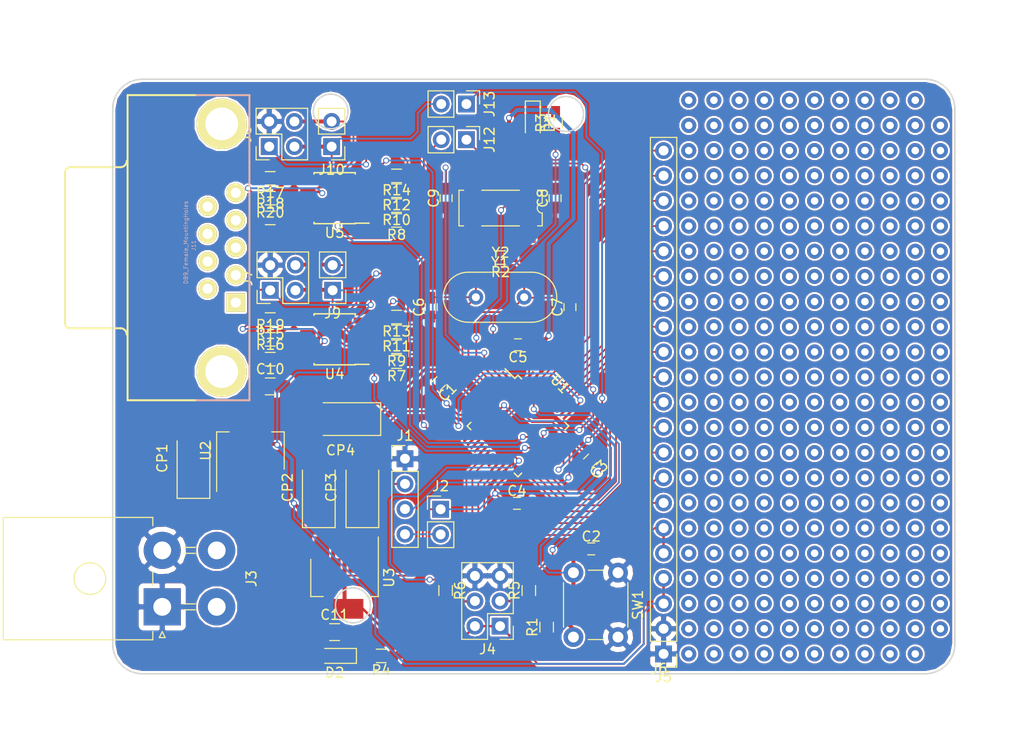
<source format=kicad_pcb>
(kicad_pcb (version 4) (host pcbnew 4.0.7)
  (title_block (date 2017-10-23))
  (layers (0 F.Cu signal) (31 B.Cu signal) (34 B.Paste user) (35 F.Paste user) (36 B.SilkS user) (37 F.SilkS user) (38 B.Mask user) (39 F.Mask user) (44 Edge.Cuts user))
  (net 0 "")
  (net 1 +3V3)
  (net 2 GND)
  (net 3 RESET)
  (net 4 OSCOUT)
  (net 5 OSCIN)
  (net 6 PC15)
  (net 7 PC14)
  (net 8 +5V)
  (net 9 +12V)
  (net 10 "Net-(D1-Pad1)")
  (net 11 "Net-(D2-Pad1)")
  (net 12 SWDCLK)
  (net 13 SWDIO)
  (net 14 "Net-(J1-Pad4)")
  (net 15 "Net-(J4-Pad3)")
  (net 16 "Net-(J4-Pad4)")
  (net 17 PB15)
  (net 18 PB14)
  (net 19 PB13)
  (net 20 PB12)
  (net 21 PB11)
  (net 22 PB10)
  (net 23 PB9)
  (net 24 PB8)
  (net 25 PB7)
  (net 26 PB6)
  (net 27 PB5)
  (net 28 PB4)
  (net 29 PB3)
  (net 30 PB1)
  (net 31 PB0)
  (net 32 PC13)
  (net 33 TX2)
  (net 34 RX2)
  (net 35 TX1)
  (net 36 RX1)
  (net 37 "Net-(J10-Pad1)")
  (net 38 "Net-(J10-Pad2)")
  (net 39 "Net-(J11-Pad2)")
  (net 40 BOOT0)
  (net 41 BOOT1)
  (net 42 O_B)
  (net 43 O_A)
  (net 44 I_B)
  (net 45 I_A)
  (net 46 "Net-(U1-Pad1)")
  (net 47 "Net-(U1-Pad10)")
  (net 48 "Net-(U1-Pad11)")
  (net 49 "Net-(U1-Pad14)")
  (net 50 "Net-(U1-Pad15)")
  (net 51 "Net-(U1-Pad16)")
  (net 52 "Net-(U1-Pad17)")
  (net 53 "Net-(U1-Pad29)")
  (net 54 "Net-(U1-Pad38)")
  (net 55 "Net-(J7-Pad4)")
  (net 56 "Net-(J11-Pad3)")
  (net 57 "Net-(J11-Pad4)")
  (net 58 "Net-(J11-Pad5)")
  (net 59 "Net-(J11-Pad6)")
  (net 60 "Net-(J11-Pad7)")
  (net 61 "Net-(J11-Pad8)")
  (net 62 "Net-(J11-Pad9)")
  (net 63 "Net-(J12-Pad2)")
  (net 64 PA11)
  (net 65 PA12)
  (module Housings_QFP:LQFP-48_7x7mm_Pitch0.5mm (layer F.Cu) (at 40.9 35 315)
    (fp_text reference U1 (at 0 -6 315) (layer F.SilkS))
    (fp_text value STM32F103C8)
    (pad 1 smd rect (at -4.35 -2.75 315) (size 1.3 0.25) (layers F.Cu F.Paste F.Mask) (net 46 "Net-(U1-Pad1)"))
    (pad 2 smd rect (at -4.35 -2.25 315) (size 1.3 0.25) (layers F.Cu F.Paste F.Mask) (net 32 PC13))
    (pad 3 smd rect (at -4.35 -1.75 315) (size 1.3 0.25) (layers F.Cu F.Paste F.Mask) (net 7 PC14))
    (pad 4 smd rect (at -4.35 -1.25 315) (size 1.3 0.25) (layers F.Cu F.Paste F.Mask) (net 6 PC15))
    (pad 5 smd rect (at -4.35 -0.75 315) (size 1.3 0.25) (layers F.Cu F.Paste F.Mask) (net 5 OSCIN))
    (pad 6 smd rect (at -4.35 -0.25 315) (size 1.3 0.25) (layers F.Cu F.Paste F.Mask) (net 4 OSCOUT))
    (pad 7 smd rect (at -4.35 0.25 315) (size 1.3 0.25) (layers F.Cu F.Paste F.Mask) (net 3 RESET))
    (pad 8 smd rect (at -4.35 0.75 315) (size 1.3 0.25) (layers F.Cu F.Paste F.Mask) (net 2 GND))
    (pad 9 smd rect (at -4.35 1.25 315) (size 1.3 0.25) (layers F.Cu F.Paste F.Mask) (net 1 +3V3))
    (pad 10 smd rect (at -4.35 1.75 315) (size 1.3 0.25) (layers F.Cu F.Paste F.Mask) (net 47 "Net-(U1-Pad10)"))
    (pad 11 smd rect (at -4.35 2.25 315) (size 1.3 0.25) (layers F.Cu F.Paste F.Mask) (net 48 "Net-(U1-Pad11)"))
    (pad 12 smd rect (at -4.35 2.75 315) (size 1.3 0.25) (layers F.Cu F.Paste F.Mask) (net 33 TX2))
    (pad 13 smd rect (at -2.75 4.35 45) (size 1.3 0.25) (layers F.Cu F.Paste F.Mask) (net 34 RX2))
    (pad 14 smd rect (at -2.25 4.35 45) (size 1.3 0.25) (layers F.Cu F.Paste F.Mask) (net 49 "Net-(U1-Pad14)"))
    (pad 15 smd rect (at -1.75 4.35 45) (size 1.3 0.25) (layers F.Cu F.Paste F.Mask) (net 50 "Net-(U1-Pad15)"))
    (pad 16 smd rect (at -1.25 4.35 45) (size 1.3 0.25) (layers F.Cu F.Paste F.Mask) (net 51 "Net-(U1-Pad16)"))
    (pad 17 smd rect (at -0.75 4.35 45) (size 1.3 0.25) (layers F.Cu F.Paste F.Mask) (net 52 "Net-(U1-Pad17)"))
    (pad 18 smd rect (at -0.25 4.35 45) (size 1.3 0.25) (layers F.Cu F.Paste F.Mask) (net 31 PB0))
    (pad 19 smd rect (at 0.25 4.35 45) (size 1.3 0.25) (layers F.Cu F.Paste F.Mask) (net 30 PB1))
    (pad 20 smd rect (at 0.75 4.35 45) (size 1.3 0.25) (layers F.Cu F.Paste F.Mask) (net 41 BOOT1))
    (pad 21 smd rect (at 1.25 4.35 45) (size 1.3 0.25) (layers F.Cu F.Paste F.Mask) (net 22 PB10))
    (pad 22 smd rect (at 1.75 4.35 45) (size 1.3 0.25) (layers F.Cu F.Paste F.Mask) (net 21 PB11))
    (pad 23 smd rect (at 2.25 4.35 45) (size 1.3 0.25) (layers F.Cu F.Paste F.Mask) (net 2 GND))
    (pad 24 smd rect (at 2.75 4.35 45) (size 1.3 0.25) (layers F.Cu F.Paste F.Mask) (net 1 +3V3))
    (pad 25 smd rect (at 4.35 2.75 315) (size 1.3 0.25) (layers F.Cu F.Paste F.Mask) (net 20 PB12))
    (pad 26 smd rect (at 4.35 2.25 315) (size 1.3 0.25) (layers F.Cu F.Paste F.Mask) (net 19 PB13))
    (pad 27 smd rect (at 4.35 1.75 315) (size 1.3 0.25) (layers F.Cu F.Paste F.Mask) (net 18 PB14))
    (pad 28 smd rect (at 4.35 1.25 315) (size 1.3 0.25) (layers F.Cu F.Paste F.Mask) (net 17 PB15))
    (pad 29 smd rect (at 4.35 0.75 315) (size 1.3 0.25) (layers F.Cu F.Paste F.Mask) (net 53 "Net-(U1-Pad29)"))
    (pad 30 smd rect (at 4.35 0.25 315) (size 1.3 0.25) (layers F.Cu F.Paste F.Mask) (net 36 RX1))
    (pad 31 smd rect (at 4.35 -0.25 315) (size 1.3 0.25) (layers F.Cu F.Paste F.Mask) (net 35 TX1))
    (pad 32 smd rect (at 4.35 -0.75 315) (size 1.3 0.25) (layers F.Cu F.Paste F.Mask) (net 64 PA11))
    (pad 33 smd rect (at 4.35 -1.25 315) (size 1.3 0.25) (layers F.Cu F.Paste F.Mask) (net 65 PA12))
    (pad 34 smd rect (at 4.35 -1.75 315) (size 1.3 0.25) (layers F.Cu F.Paste F.Mask) (net 13 SWDIO))
    (pad 35 smd rect (at 4.35 -2.25 315) (size 1.3 0.25) (layers F.Cu F.Paste F.Mask) (net 2 GND))
    (pad 36 smd rect (at 4.35 -2.75 315) (size 1.3 0.25) (layers F.Cu F.Paste F.Mask) (net 1 +3V3))
    (pad 37 smd rect (at 2.75 -4.35 45) (size 1.3 0.25) (layers F.Cu F.Paste F.Mask) (net 12 SWDCLK))
    (pad 38 smd rect (at 2.25 -4.35 45) (size 1.3 0.25) (layers F.Cu F.Paste F.Mask) (net 54 "Net-(U1-Pad38)"))
    (pad 39 smd rect (at 1.75 -4.35 45) (size 1.3 0.25) (layers F.Cu F.Paste F.Mask) (net 29 PB3))
    (pad 40 smd rect (at 1.25 -4.35 45) (size 1.3 0.25) (layers F.Cu F.Paste F.Mask) (net 28 PB4))
    (pad 41 smd rect (at 0.75 -4.35 45) (size 1.3 0.25) (layers F.Cu F.Paste F.Mask) (net 27 PB5))
    (pad 42 smd rect (at 0.25 -4.35 45) (size 1.3 0.25) (layers F.Cu F.Paste F.Mask) (net 26 PB6))
    (pad 43 smd rect (at -0.25 -4.35 45) (size 1.3 0.25) (layers F.Cu F.Paste F.Mask) (net 25 PB7))
    (pad 44 smd rect (at -0.75 -4.35 45) (size 1.3 0.25) (layers F.Cu F.Paste F.Mask) (net 40 BOOT0))
    (pad 45 smd rect (at -1.25 -4.35 45) (size 1.3 0.25) (layers F.Cu F.Paste F.Mask) (net 24 PB8))
    (pad 46 smd rect (at -1.75 -4.35 45) (size 1.3 0.25) (layers F.Cu F.Paste F.Mask) (net 23 PB9))
    (pad 47 smd rect (at -2.25 -4.35 45) (size 1.3 0.25) (layers F.Cu F.Paste F.Mask) (net 2 GND))
    (pad 48 smd rect (at -2.75 -4.35 45) (size 1.3 0.25) (layers F.Cu F.Paste F.Mask) (net 1 +3V3))
  )
  (module SparkFun-Connectors:DB9 (layer F.Cu) (at 11 17 90)
    (fp_text reference J11 (at 0.22098 -2.82194 90) (layer B.SilkS) (effects (font (size 0.4064 0.4064) (thickness 0.0508))))
    (fp_text value DB9_Female_MountingHoles (at 0.52832 -3.61696 90) (layer B.SilkS) (effects (font (size 0.4064 0.4064) (thickness 0.0508))))
    (pad 1 thru_hole rect (at -5.53974 1.41986 90) (size 1.8796 1.8796) (drill 1.016) (layers *.Cu F.Paste F.SilkS F.Mask) (net 45 I_A))
    (pad 2 thru_hole circle (at -2.7686 1.41986 90) (size 1.8796 1.8796) (drill 1.016) (layers *.Cu F.Paste F.SilkS F.Mask) (net 39 "Net-(J11-Pad2)"))
    (pad 3 thru_hole circle (at 0 1.41986 90) (size 1.8796 1.8796) (drill 1.016) (layers *.Cu F.Paste F.SilkS F.Mask) (net 56 "Net-(J11-Pad3)"))
    (pad 4 thru_hole circle (at 2.7686 1.41986 90) (size 1.8796 1.8796) (drill 1.016) (layers *.Cu F.Paste F.SilkS F.Mask) (net 57 "Net-(J11-Pad4)"))
    (pad 5 thru_hole circle (at 5.53974 1.41986 90) (size 1.8796 1.8796) (drill 1.016) (layers *.Cu F.Paste F.SilkS F.Mask) (net 58 "Net-(J11-Pad5)"))
    (pad 6 thru_hole circle (at -4.14782 -1.41986 90) (size 1.8796 1.8796) (drill 1.016) (layers *.Cu F.Paste F.SilkS F.Mask) (net 59 "Net-(J11-Pad6)"))
    (pad 7 thru_hole circle (at -1.37922 -1.41986 90) (size 1.8796 1.8796) (drill 1.016) (layers *.Cu F.Paste F.SilkS F.Mask) (net 60 "Net-(J11-Pad7)"))
    (pad 8 thru_hole circle (at 1.37922 -1.41986 90) (size 1.8796 1.8796) (drill 1.016) (layers *.Cu F.Paste F.SilkS F.Mask) (net 61 "Net-(J11-Pad8)"))
    (pad 9 thru_hole circle (at 4.14782 -1.41986 90) (size 1.8796 1.8796) (drill 1.016) (layers *.Cu F.Paste F.SilkS F.Mask) (net 62 "Net-(J11-Pad9)"))
    (pad G1 thru_hole circle (at -12.49934 0 90) (size 5.08 5.08) (drill 3.302) (layers *.Cu F.Paste F.SilkS F.Mask))
    (pad G2 thru_hole circle (at 12.49934 0 90) (size 5.08 5.08) (drill 3.302) (layers *.Cu F.Paste F.SilkS F.Mask))
  )
  (module Resistors_SMD:R_0603_HandSoldering (layer F.Cu) (at 39.15 18 180)
    (fp_text reference R2 (at 0 -1.45 180) (layer F.SilkS))
    (fp_text value 1M)
    (pad 1 smd rect (at -1.1 0 180) (size 1.2 0.9) (layers F.Cu F.Paste F.Mask) (net 5 OSCIN))
    (pad 2 smd rect (at 1.1 0 180) (size 1.2 0.9) (layers F.Cu F.Paste F.Mask) (net 4 OSCOUT))
  )
  (module Crystals:Crystal_HC49-4H_Vertical (layer F.Cu) (at 36.65 22)
    (fp_text reference Y1 (at 2.44 -3.525) (layer F.SilkS))
    (fp_text value "8 MHz")
    (pad 1 thru_hole circle (at 0 0) (size 1.5 1.5) (drill 0.8) (layers *.Cu *.Mask) (net 4 OSCOUT))
    (pad 2 thru_hole circle (at 4.88 0) (size 1.5 1.5) (drill 0.8) (layers *.Cu *.Mask) (net 5 OSCIN))
  )
  (module Capacitors_SMD:C_0805_HandSoldering (layer F.Cu) (at 15.9 31)
    (fp_text reference C10 (at 0 -1.75) (layer F.SilkS))
    (fp_text value 0.1uF)
    (pad 1 smd rect (at -1.25 0) (size 1.5 1.25) (layers F.Cu F.Paste F.Mask) (net 8 +5V))
    (pad 2 smd rect (at 1.25 0) (size 1.5 1.25) (layers F.Cu F.Paste F.Mask) (net 2 GND))
  )
  (module Capacitors_SMD:C_0805_HandSoldering (layer F.Cu) (at 22.4 55.8)
    (fp_text reference C11 (at 0 -1.75) (layer F.SilkS))
    (fp_text value 0.1uF)
    (pad 1 smd rect (at -1.25 0) (size 1.5 1.25) (layers F.Cu F.Paste F.Mask) (net 1 +3V3))
    (pad 2 smd rect (at 1.25 0) (size 1.5 1.25) (layers F.Cu F.Paste F.Mask) (net 2 GND))
  )
  (module Capacitors_Tantalum_SMD:CP_Tantalum_Case-B_EIA-3528-21_Hand (layer F.Cu) (at 8.15 38.25 90)
    (fp_text reference CP1 (at 0 -3.15 90) (layer F.SilkS))
    (fp_text value 10uF)
    (pad 1 smd rect (at -2.15 0 90) (size 3.2 2.5) (layers F.Cu F.Paste F.Mask) (net 9 +12V))
    (pad 2 smd rect (at 2.15 0 90) (size 3.2 2.5) (layers F.Cu F.Paste F.Mask) (net 2 GND))
  )
  (module Capacitors_Tantalum_SMD:CP_Tantalum_Case-B_EIA-3528-21_Hand (layer F.Cu) (at 20.8 41.2 90)
    (fp_text reference CP2 (at 0 -3.15 90) (layer F.SilkS))
    (fp_text value 22uF)
    (pad 1 smd rect (at -2.15 0 90) (size 3.2 2.5) (layers F.Cu F.Paste F.Mask) (net 8 +5V))
    (pad 2 smd rect (at 2.15 0 90) (size 3.2 2.5) (layers F.Cu F.Paste F.Mask) (net 2 GND))
  )
  (module Capacitors_Tantalum_SMD:CP_Tantalum_Case-B_EIA-3528-21_Hand (layer F.Cu) (at 25.2 41.2 90)
    (fp_text reference CP3 (at 0 -3.15 90) (layer F.SilkS))
    (fp_text value 10uF)
    (pad 1 smd rect (at -2.15 0 90) (size 3.2 2.5) (layers F.Cu F.Paste F.Mask) (net 8 +5V))
    (pad 2 smd rect (at 2.15 0 90) (size 3.2 2.5) (layers F.Cu F.Paste F.Mask) (net 2 GND))
  )
  (module Capacitors_Tantalum_SMD:CP_Tantalum_Case-B_EIA-3528-21_Hand (layer F.Cu) (at 23 34.3 180)
    (fp_text reference CP4 (at 0 -3.15 180) (layer F.SilkS))
    (fp_text value 22uF)
    (pad 1 smd rect (at -2.15 0 180) (size 3.2 2.5) (layers F.Cu F.Paste F.Mask) (net 1 +3V3))
    (pad 2 smd rect (at 2.15 0 180) (size 3.2 2.5) (layers F.Cu F.Paste F.Mask) (net 2 GND))
  )
  (module LEDs:LED_0805_HandSoldering (layer F.Cu) (at 42.4 4.4 270)
    (fp_text reference D1 (at 0 -1.7 270) (layer F.SilkS))
    (fp_text value LED)
    (pad 1 smd rect (at -1.35 0 270) (size 1.5 1.3) (layers F.Cu F.Paste F.Mask) (net 10 "Net-(D1-Pad1)"))
    (pad 2 smd rect (at 1.35 0 270) (size 1.5 1.3) (layers F.Cu F.Paste F.Mask) (net 1 +3V3))
  )
  (module LEDs:LED_0805_HandSoldering (layer F.Cu) (at 22.4 58.2 180)
    (fp_text reference D2 (at 0 -1.7 180) (layer F.SilkS))
    (fp_text value LED)
    (pad 1 smd rect (at -1.35 0 180) (size 1.5 1.3) (layers F.Cu F.Paste F.Mask) (net 11 "Net-(D2-Pad1)"))
    (pad 2 smd rect (at 1.35 0 180) (size 1.5 1.3) (layers F.Cu F.Paste F.Mask) (net 1 +3V3))
  )
  (module Pin_Headers:Pin_Header_Straight_1x04_Pitch2.54mm (layer F.Cu) (at 29.5 38.3)
    (fp_text reference J1 (at 0 -2.33) (layer F.SilkS))
    (fp_text value Conn_01x04)
    (pad 1 thru_hole rect (at 0 0) (size 1.7 1.7) (drill 1) (layers *.Cu *.Mask) (net 2 GND))
    (pad 2 thru_hole oval (at 0 2.54) (size 1.7 1.7) (drill 1) (layers *.Cu *.Mask) (net 12 SWDCLK))
    (pad 3 thru_hole oval (at 0 5.08) (size 1.7 1.7) (drill 1) (layers *.Cu *.Mask) (net 13 SWDIO))
    (pad 4 thru_hole oval (at 0 7.62) (size 1.7 1.7) (drill 1) (layers *.Cu *.Mask) (net 14 "Net-(J1-Pad4)"))
  )
  (module Pin_Headers:Pin_Header_Straight_1x02_Pitch2.54mm (layer F.Cu) (at 33.1 43.4)
    (fp_text reference J2 (at 0 -2.33) (layer F.SilkS))
    (fp_text value Conn_01x02_Male)
    (pad 1 thru_hole rect (at 0 0) (size 1.7 1.7) (drill 1) (layers *.Cu *.Mask) (net 1 +3V3))
    (pad 2 thru_hole oval (at 0 2.54) (size 1.7 1.7) (drill 1) (layers *.Cu *.Mask) (net 14 "Net-(J1-Pad4)"))
  )
  (module Pin_Headers:Pin_Header_Straight_2x03_Pitch2.54mm (layer F.Cu) (at 39.1 55.2 180)
    (fp_text reference J4 (at 1.27 -2.33 180) (layer F.SilkS))
    (fp_text value Conn_02x03_Odd_Even)
    (pad 1 thru_hole rect (at 0 0 180) (size 1.7 1.7) (drill 1) (layers *.Cu *.Mask) (net 1 +3V3))
    (pad 2 thru_hole oval (at 2.54 0 180) (size 1.7 1.7) (drill 1) (layers *.Cu *.Mask) (net 1 +3V3))
    (pad 3 thru_hole oval (at 0 2.54 180) (size 1.7 1.7) (drill 1) (layers *.Cu *.Mask) (net 15 "Net-(J4-Pad3)"))
    (pad 4 thru_hole oval (at 2.54 2.54 180) (size 1.7 1.7) (drill 1) (layers *.Cu *.Mask) (net 16 "Net-(J4-Pad4)"))
    (pad 5 thru_hole oval (at 0 5.08 180) (size 1.7 1.7) (drill 1) (layers *.Cu *.Mask) (net 2 GND))
    (pad 6 thru_hole oval (at 2.54 5.08 180) (size 1.7 1.7) (drill 1) (layers *.Cu *.Mask) (net 2 GND))
  )
  (module Pin_Headers:Pin_Header_Straight_2x02_Pitch2.54mm (layer F.Cu) (at 15.8 6.8 90)
    (fp_text reference J8 (at 1.27 -2.33 90) (layer F.SilkS))
    (fp_text value Conn_02x02_Top_Bottom)
    (pad 1 thru_hole rect (at 0 0 90) (size 1.7 1.7) (drill 1) (layers *.Cu *.Mask) (net 8 +5V))
    (pad 2 thru_hole oval (at 2.54 0 90) (size 1.7 1.7) (drill 1) (layers *.Cu *.Mask) (net 2 GND))
    (pad 3 thru_hole oval (at 0 2.54 90) (size 1.7 1.7) (drill 1) (layers *.Cu *.Mask) (net 37 "Net-(J10-Pad1)"))
    (pad 4 thru_hole oval (at 2.54 2.54 90) (size 1.7 1.7) (drill 1) (layers *.Cu *.Mask) (net 38 "Net-(J10-Pad2)"))
  )
  (module Pin_Headers:Pin_Header_Straight_1x02_Pitch2.54mm (layer F.Cu) (at 22.1 6.8 180)
    (fp_text reference J10 (at 0 -2.33 180) (layer F.SilkS))
    (fp_text value Conn_01x02_Male)
    (pad 1 thru_hole rect (at 0 0 180) (size 1.7 1.7) (drill 1) (layers *.Cu *.Mask) (net 37 "Net-(J10-Pad1)"))
    (pad 2 thru_hole oval (at 0 2.54 180) (size 1.7 1.7) (drill 1) (layers *.Cu *.Mask) (net 38 "Net-(J10-Pad2)"))
  )
  (module Buttons_Switches_THT:SW_PUSH_6mm_h8.5mm (layer F.Cu) (at 51 49.8 270)
    (fp_text reference SW1 (at 3.25 -2 270) (layer F.SilkS))
    (fp_text value SW_Push)
    (pad 2 thru_hole circle (at 0 4.5) (size 2 2) (drill 1.1) (layers *.Cu *.Mask) (net 3 RESET))
    (pad 1 thru_hole circle (at 0 0) (size 2 2) (drill 1.1) (layers *.Cu *.Mask) (net 2 GND))
    (pad 2 thru_hole circle (at 6.5 4.5) (size 2 2) (drill 1.1) (layers *.Cu *.Mask) (net 3 RESET))
    (pad 1 thru_hole circle (at 6.5 0) (size 2 2) (drill 1.1) (layers *.Cu *.Mask) (net 2 GND))
  )
  (module TO_SOT_Packages_SMD:SOT-223 (layer F.Cu) (at 13.9 37.5 90)
    (fp_text reference U2 (at 0 -4.5 90) (layer F.SilkS))
    (fp_text value LM1117-5.0)
    (pad 2 smd rect (at 3.15 0 90) (size 2 3.8) (layers F.Cu F.Paste F.Mask) (net 8 +5V))
    (pad 2 smd rect (at -3.15 0 90) (size 2 1.5) (layers F.Cu F.Paste F.Mask) (net 8 +5V))
    (pad 3 smd rect (at -3.15 2.3 90) (size 2 1.5) (layers F.Cu F.Paste F.Mask) (net 9 +12V))
    (pad 1 smd rect (at -3.15 -2.3 90) (size 2 1.5) (layers F.Cu F.Paste F.Mask) (net 2 GND))
  )
  (module TO_SOT_Packages_SMD:SOT-223 (layer F.Cu) (at 23.4 50.3 270)
    (fp_text reference U3 (at 0 -4.5 270) (layer F.SilkS))
    (fp_text value LM1117-3.3)
    (pad 2 smd rect (at 3.15 0 270) (size 2 3.8) (layers F.Cu F.Paste F.Mask) (net 1 +3V3))
    (pad 2 smd rect (at -3.15 0 270) (size 2 1.5) (layers F.Cu F.Paste F.Mask) (net 1 +3V3))
    (pad 3 smd rect (at -3.15 2.3 270) (size 2 1.5) (layers F.Cu F.Paste F.Mask) (net 8 +5V))
    (pad 1 smd rect (at -3.15 -2.3 270) (size 2 1.5) (layers F.Cu F.Paste F.Mask) (net 2 GND))
  )
  (module Housings_SOIC:SOIC-8_3.9x4.9mm_Pitch1.27mm (layer F.Cu) (at 22.4 26.25 180)
    (fp_text reference U4 (at 0 -3.5 180) (layer F.SilkS))
    (fp_text value MAX485E)
    (pad 1 smd rect (at -2.7 -1.905 180) (size 1.55 0.6) (layers F.Cu F.Paste F.Mask) (net 36 RX1))
    (pad 2 smd rect (at -2.7 -0.635 180) (size 1.55 0.6) (layers F.Cu F.Paste F.Mask) (net 63 "Net-(J12-Pad2)"))
    (pad 3 smd rect (at -2.7 0.635 180) (size 1.55 0.6) (layers F.Cu F.Paste F.Mask) (net 55 "Net-(J7-Pad4)"))
    (pad 4 smd rect (at -2.7 1.905 180) (size 1.55 0.6) (layers F.Cu F.Paste F.Mask) (net 35 TX1))
    (pad 5 smd rect (at 2.7 1.905 180) (size 1.55 0.6) (layers F.Cu F.Paste F.Mask) (net 2 GND))
    (pad 6 smd rect (at 2.7 0.635 180) (size 1.55 0.6) (layers F.Cu F.Paste F.Mask) (net 43 O_A))
    (pad 7 smd rect (at 2.7 -0.635 180) (size 1.55 0.6) (layers F.Cu F.Paste F.Mask) (net 42 O_B))
    (pad 8 smd rect (at 2.7 -1.905 180) (size 1.55 0.6) (layers F.Cu F.Paste F.Mask) (net 8 +5V))
  )
  (module Housings_SOIC:SOIC-8_3.9x4.9mm_Pitch1.27mm (layer F.Cu) (at 22.4 12 180)
    (fp_text reference U5 (at 0 -3.5 180) (layer F.SilkS))
    (fp_text value MAX485E)
    (pad 1 smd rect (at -2.7 -1.905 180) (size 1.55 0.6) (layers F.Cu F.Paste F.Mask) (net 34 RX2))
    (pad 2 smd rect (at -2.7 -0.635 180) (size 1.55 0.6) (layers F.Cu F.Paste F.Mask) (net 37 "Net-(J10-Pad1)"))
    (pad 3 smd rect (at -2.7 0.635 180) (size 1.55 0.6) (layers F.Cu F.Paste F.Mask) (net 38 "Net-(J10-Pad2)"))
    (pad 4 smd rect (at -2.7 1.905 180) (size 1.55 0.6) (layers F.Cu F.Paste F.Mask) (net 33 TX2))
    (pad 5 smd rect (at 2.7 1.905 180) (size 1.55 0.6) (layers F.Cu F.Paste F.Mask) (net 2 GND))
    (pad 6 smd rect (at 2.7 0.635 180) (size 1.55 0.6) (layers F.Cu F.Paste F.Mask) (net 45 I_A))
    (pad 7 smd rect (at 2.7 -0.635 180) (size 1.55 0.6) (layers F.Cu F.Paste F.Mask) (net 44 I_B))
    (pad 8 smd rect (at 2.7 -1.905 180) (size 1.55 0.6) (layers F.Cu F.Paste F.Mask) (net 8 +5V))
  )
  (module Crystals:Crystal_SMD_SeikoEpson_MC306-4pin_8.0x3.2mm_HandSoldering (layer F.Cu) (at 39.15 13 180)
    (fp_text reference Y2 (at 0 -4.5 180) (layer F.SilkS))
    (fp_text value "32.768 KHz")
    (pad 1 smd rect (at -2.815 2.075 180) (size 1.43 2.85) (layers F.Cu F.Paste F.Mask) (net 6 PC15))
    (pad 2 smd rect (at 2.815 2.075 180) (size 1.43 2.85) (layers F.Cu F.Paste F.Mask) (net 7 PC14))
    (pad 3 smd rect (at 2.815 -2.075 180) (size 1.43 2.85) (layers F.Cu F.Paste F.Mask))
    (pad 4 smd rect (at -2.815 -2.075 180) (size 1.43 2.85) (layers F.Cu F.Paste F.Mask))
  )
  (module Resistors_SMD:R_0603_HandSoldering (layer F.Cu) (at 43.8 55.3 90)
    (fp_text reference R1 (at 0 -1.45 90) (layer F.SilkS))
    (fp_text value 10K)
    (pad 1 smd rect (at -1.1 0 90) (size 1.2 0.9) (layers F.Cu F.Paste F.Mask) (net 1 +3V3))
    (pad 2 smd rect (at 1.1 0 90) (size 1.2 0.9) (layers F.Cu F.Paste F.Mask) (net 3 RESET))
  )
  (module Resistors_SMD:R_0603_HandSoldering (layer F.Cu) (at 44.7 4.4 90)
    (fp_text reference R3 (at 0 -1.45 90) (layer F.SilkS))
    (fp_text value 510R)
    (pad 1 smd rect (at -1.1 0 90) (size 1.2 0.9) (layers F.Cu F.Paste F.Mask) (net 32 PC13))
    (pad 2 smd rect (at 1.1 0 90) (size 1.2 0.9) (layers F.Cu F.Paste F.Mask) (net 10 "Net-(D1-Pad1)"))
  )
  (module Resistors_SMD:R_0603_HandSoldering (layer F.Cu) (at 27.1 58.2 180)
    (fp_text reference R4 (at 0 -1.45 180) (layer F.SilkS))
    (fp_text value 510R)
    (pad 1 smd rect (at -1.1 0 180) (size 1.2 0.9) (layers F.Cu F.Paste F.Mask) (net 2 GND))
    (pad 2 smd rect (at 1.1 0 180) (size 1.2 0.9) (layers F.Cu F.Paste F.Mask) (net 11 "Net-(D2-Pad1)"))
  )
  (module Resistors_SMD:R_0603_HandSoldering (layer F.Cu) (at 42 51.6 90)
    (fp_text reference R5 (at 0 -1.45 90) (layer F.SilkS))
    (fp_text value 100K)
    (pad 1 smd rect (at -1.1 0 90) (size 1.2 0.9) (layers F.Cu F.Paste F.Mask) (net 15 "Net-(J4-Pad3)"))
    (pad 2 smd rect (at 1.1 0 90) (size 1.2 0.9) (layers F.Cu F.Paste F.Mask) (net 40 BOOT0))
  )
  (module Resistors_SMD:R_0603_HandSoldering (layer F.Cu) (at 33.6 51.6 270)
    (fp_text reference R6 (at 0 -1.45 270) (layer F.SilkS))
    (fp_text value 100K)
    (pad 1 smd rect (at -1.1 0 270) (size 1.2 0.9) (layers F.Cu F.Paste F.Mask) (net 41 BOOT1))
    (pad 2 smd rect (at 1.1 0 270) (size 1.2 0.9) (layers F.Cu F.Paste F.Mask) (net 16 "Net-(J4-Pad4)"))
  )
  (module Resistors_SMD:R_0603_HandSoldering (layer F.Cu) (at 28.65 28.5 180)
    (fp_text reference R7 (at 0 -1.45 180) (layer F.SilkS))
    (fp_text value 10k)
    (pad 1 smd rect (at -1.1 0 180) (size 1.2 0.9) (layers F.Cu F.Paste F.Mask) (net 8 +5V))
    (pad 2 smd rect (at 1.1 0 180) (size 1.2 0.9) (layers F.Cu F.Paste F.Mask) (net 36 RX1))
  )
  (module Resistors_SMD:R_0603_HandSoldering (layer F.Cu) (at 28.65 14.25 180)
    (fp_text reference R8 (at 0 -1.45 180) (layer F.SilkS))
    (fp_text value 10k)
    (pad 1 smd rect (at -1.1 0 180) (size 1.2 0.9) (layers F.Cu F.Paste F.Mask) (net 8 +5V))
    (pad 2 smd rect (at 1.1 0 180) (size 1.2 0.9) (layers F.Cu F.Paste F.Mask) (net 34 RX2))
  )
  (module Resistors_SMD:R_0603_HandSoldering (layer F.Cu) (at 28.65 27 180)
    (fp_text reference R9 (at 0 -1.45 180) (layer F.SilkS))
    (fp_text value 10k)
    (pad 1 smd rect (at -1.1 0 180) (size 1.2 0.9) (layers F.Cu F.Paste F.Mask) (net 8 +5V))
    (pad 2 smd rect (at 1.1 0 180) (size 1.2 0.9) (layers F.Cu F.Paste F.Mask) (net 63 "Net-(J12-Pad2)"))
  )
  (module Resistors_SMD:R_0603_HandSoldering (layer F.Cu) (at 28.65 12.75 180)
    (fp_text reference R10 (at 0 -1.45 180) (layer F.SilkS))
    (fp_text value 10k)
    (pad 1 smd rect (at -1.1 0 180) (size 1.2 0.9) (layers F.Cu F.Paste F.Mask) (net 8 +5V))
    (pad 2 smd rect (at 1.1 0 180) (size 1.2 0.9) (layers F.Cu F.Paste F.Mask) (net 37 "Net-(J10-Pad1)"))
  )
  (module Resistors_SMD:R_0603_HandSoldering (layer F.Cu) (at 28.65 25.5 180)
    (fp_text reference R11 (at 0 -1.45 180) (layer F.SilkS))
    (fp_text value 10k)
    (pad 1 smd rect (at -1.1 0 180) (size 1.2 0.9) (layers F.Cu F.Paste F.Mask) (net 8 +5V))
    (pad 2 smd rect (at 1.1 0 180) (size 1.2 0.9) (layers F.Cu F.Paste F.Mask) (net 55 "Net-(J7-Pad4)"))
  )
  (module Resistors_SMD:R_0603_HandSoldering (layer F.Cu) (at 28.65 11.25 180)
    (fp_text reference R12 (at 0 -1.45 180) (layer F.SilkS))
    (fp_text value 10k)
    (pad 1 smd rect (at -1.1 0 180) (size 1.2 0.9) (layers F.Cu F.Paste F.Mask) (net 8 +5V))
    (pad 2 smd rect (at 1.1 0 180) (size 1.2 0.9) (layers F.Cu F.Paste F.Mask) (net 38 "Net-(J10-Pad2)"))
  )
  (module Resistors_SMD:R_0603_HandSoldering (layer F.Cu) (at 28.65 24 180)
    (fp_text reference R13 (at 0 -1.45 180) (layer F.SilkS))
    (fp_text value 10k)
    (pad 1 smd rect (at -1.1 0 180) (size 1.2 0.9) (layers F.Cu F.Paste F.Mask) (net 8 +5V))
    (pad 2 smd rect (at 1.1 0 180) (size 1.2 0.9) (layers F.Cu F.Paste F.Mask) (net 35 TX1))
  )
  (module Resistors_SMD:R_0603_HandSoldering (layer F.Cu) (at 28.65 9.75 180)
    (fp_text reference R14 (at 0 -1.45 180) (layer F.SilkS))
    (fp_text value 10k)
    (pad 1 smd rect (at -1.1 0 180) (size 1.2 0.9) (layers F.Cu F.Paste F.Mask) (net 8 +5V))
    (pad 2 smd rect (at 1.1 0 180) (size 1.2 0.9) (layers F.Cu F.Paste F.Mask) (net 33 TX2))
  )
  (module Resistors_SMD:R_0603_HandSoldering (layer F.Cu) (at 15.9 24.25 180)
    (fp_text reference R15 (at 0 -1.45 180) (layer F.SilkS))
    (fp_text value 20K)
    (pad 1 smd rect (at -1.1 0 180) (size 1.2 0.9) (layers F.Cu F.Paste F.Mask) (net 2 GND))
    (pad 2 smd rect (at 1.1 0 180) (size 1.2 0.9) (layers F.Cu F.Paste F.Mask) (net 42 O_B))
  )
  (module Resistors_SMD:R_0603_HandSoldering (layer F.Cu) (at 15.9 28.25)
    (fp_text reference R16 (at 0 -1.45) (layer F.SilkS))
    (fp_text value 20K)
    (pad 1 smd rect (at -1.1 0) (size 1.2 0.9) (layers F.Cu F.Paste F.Mask) (net 43 O_A))
    (pad 2 smd rect (at 1.1 0) (size 1.2 0.9) (layers F.Cu F.Paste F.Mask) (net 8 +5V))
  )
  (module Resistors_SMD:R_0603_HandSoldering (layer F.Cu) (at 15.9 10 180)
    (fp_text reference R17 (at 0 -1.45 180) (layer F.SilkS))
    (fp_text value 20K)
    (pad 1 smd rect (at -1.1 0 180) (size 1.2 0.9) (layers F.Cu F.Paste F.Mask) (net 2 GND))
    (pad 2 smd rect (at 1.1 0 180) (size 1.2 0.9) (layers F.Cu F.Paste F.Mask) (net 44 I_B))
  )
  (module Resistors_SMD:R_0603_HandSoldering (layer F.Cu) (at 15.9 14)
    (fp_text reference R18 (at 0 -1.45) (layer F.SilkS))
    (fp_text value 20K)
    (pad 1 smd rect (at -1.1 0) (size 1.2 0.9) (layers F.Cu F.Paste F.Mask) (net 45 I_A))
    (pad 2 smd rect (at 1.1 0) (size 1.2 0.9) (layers F.Cu F.Paste F.Mask) (net 8 +5V))
  )
  (module Resistors_SMD:R_0603_HandSoldering (layer F.Cu) (at 15.9 26.25)
    (fp_text reference R19 (at 0 -1.45) (layer F.SilkS))
    (fp_text value 120R)
    (pad 1 smd rect (at -1.1 0) (size 1.2 0.9) (layers F.Cu F.Paste F.Mask) (net 42 O_B))
    (pad 2 smd rect (at 1.1 0) (size 1.2 0.9) (layers F.Cu F.Paste F.Mask) (net 43 O_A))
  )
  (module Resistors_SMD:R_0603_HandSoldering (layer F.Cu) (at 15.9 12 180)
    (fp_text reference R20 (at 0 -1.45 180) (layer F.SilkS))
    (fp_text value 120R)
    (pad 1 smd rect (at -1.1 0 180) (size 1.2 0.9) (layers F.Cu F.Paste F.Mask) (net 44 I_B))
    (pad 2 smd rect (at 1.1 0 180) (size 1.2 0.9) (layers F.Cu F.Paste F.Mask) (net 45 I_A))
  )
  (module Capacitors_SMD:C_0603_HandSoldering (layer F.Cu) (at 32.9 30.7 225)
    (fp_text reference C1 (at 0 -1.25 225) (layer F.SilkS))
    (fp_text value 100nF)
    (pad 1 smd rect (at -0.95 0 225) (size 1.2 0.75) (layers F.Cu F.Paste F.Mask) (net 1 +3V3))
    (pad 2 smd rect (at 0.95 0 225) (size 1.2 0.75) (layers F.Cu F.Paste F.Mask) (net 2 GND))
  )
  (module Capacitors_SMD:C_0603_HandSoldering (layer F.Cu) (at 48.3 47.4)
    (fp_text reference C2 (at 0 -1.25) (layer F.SilkS))
    (fp_text value 105)
    (pad 1 smd rect (at -0.95 0) (size 1.2 0.75) (layers F.Cu F.Paste F.Mask) (net 3 RESET))
    (pad 2 smd rect (at 0.95 0) (size 1.2 0.75) (layers F.Cu F.Paste F.Mask) (net 2 GND))
  )
  (module Capacitors_SMD:C_0603_HandSoldering (layer F.Cu) (at 48.2 38.5 225)
    (fp_text reference C3 (at 0 -1.25 225) (layer F.SilkS))
    (fp_text value 100nF)
    (pad 1 smd rect (at -0.95 0 225) (size 1.2 0.75) (layers F.Cu F.Paste F.Mask) (net 1 +3V3))
    (pad 2 smd rect (at 0.95 0 225) (size 1.2 0.75) (layers F.Cu F.Paste F.Mask) (net 2 GND))
  )
  (module Capacitors_SMD:C_0603_HandSoldering (layer F.Cu) (at 40.8 42.8)
    (fp_text reference C4 (at 0 -1.25) (layer F.SilkS))
    (fp_text value 100nF)
    (pad 1 smd rect (at -0.95 0) (size 1.2 0.75) (layers F.Cu F.Paste F.Mask) (net 1 +3V3))
    (pad 2 smd rect (at 0.95 0) (size 1.2 0.75) (layers F.Cu F.Paste F.Mask) (net 2 GND))
  )
  (module Capacitors_SMD:C_0603_HandSoldering (layer F.Cu) (at 40.9 26.8 180)
    (fp_text reference C5 (at 0 -1.25 180) (layer F.SilkS))
    (fp_text value 100nF)
    (pad 1 smd rect (at -0.95 0 180) (size 1.2 0.75) (layers F.Cu F.Paste F.Mask) (net 1 +3V3))
    (pad 2 smd rect (at 0.95 0 180) (size 1.2 0.75) (layers F.Cu F.Paste F.Mask) (net 2 GND))
  )
  (module Capacitors_SMD:C_0603_HandSoldering (layer F.Cu) (at 32.15 23 90)
    (fp_text reference C6 (at 0 -1.25 90) (layer F.SilkS))
    (fp_text value 20pF)
    (pad 1 smd rect (at -0.95 0 90) (size 1.2 0.75) (layers F.Cu F.Paste F.Mask) (net 2 GND))
    (pad 2 smd rect (at 0.95 0 90) (size 1.2 0.75) (layers F.Cu F.Paste F.Mask) (net 4 OSCOUT))
  )
  (module Capacitors_SMD:C_0603_HandSoldering (layer F.Cu) (at 46.15 23 90)
    (fp_text reference C7 (at 0 -1.25 90) (layer F.SilkS))
    (fp_text value 20pF)
    (pad 1 smd rect (at -0.95 0 90) (size 1.2 0.75) (layers F.Cu F.Paste F.Mask) (net 2 GND))
    (pad 2 smd rect (at 0.95 0 90) (size 1.2 0.75) (layers F.Cu F.Paste F.Mask) (net 5 OSCIN))
  )
  (module Capacitors_SMD:C_0603_HandSoldering (layer F.Cu) (at 44.65 12 90)
    (fp_text reference C8 (at 0 -1.25 90) (layer F.SilkS))
    (fp_text value 20pF)
    (pad 1 smd rect (at -0.95 0 90) (size 1.2 0.75) (layers F.Cu F.Paste F.Mask) (net 2 GND))
    (pad 2 smd rect (at 0.95 0 90) (size 1.2 0.75) (layers F.Cu F.Paste F.Mask) (net 6 PC15))
  )
  (module Capacitors_SMD:C_0603_HandSoldering (layer F.Cu) (at 33.65 12 90)
    (fp_text reference C9 (at 0 -1.25 90) (layer F.SilkS))
    (fp_text value 20pF)
    (pad 1 smd rect (at -0.95 0 90) (size 1.2 0.75) (layers F.Cu F.Paste F.Mask) (net 2 GND))
    (pad 2 smd rect (at 0.95 0 90) (size 1.2 0.75) (layers F.Cu F.Paste F.Mask) (net 7 PC14))
  )
  (module Connectors_Molex:Molex_MegaFit_2x02x5.70mm_Angled (layer F.Cu) (at 5 53.25 90)
    (fp_text reference J3 (at 2.85 9 90) (layer F.SilkS))
    (fp_text value Conn_01x04)
    (pad 1 thru_hole rect (at 0 0 90) (size 3.75 3.75) (drill 1.8) (layers *.Cu *.Mask) (net 2 GND))
    (pad 2 thru_hole circle (at 5.7 0 90) (size 3.75 3.75) (drill 1.8) (layers *.Cu *.Mask) (net 2 GND))
    (pad 3 thru_hole circle (at 0 5.5 90) (size 3.75 3.75) (drill 1.8) (layers *.Cu *.Mask) (net 9 +12V))
    (pad 4 thru_hole circle (at 5.7 5.5 90) (size 3.75 3.75) (drill 1.8) (layers *.Cu *.Mask) (net 9 +12V))
    (pad "" np_thru_hole circle (at 2.85 -7.3 90) (size 3 3) (drill 3) (layers *.Cu *.Mask))
  )
  (module Pin_Headers:Pin_Header_Straight_2x02_Pitch2.54mm (layer F.Cu) (at 15.9 21.3 90)
    (fp_text reference J7 (at 1.27 -2.33 90) (layer F.SilkS))
    (fp_text value Conn_02x02_Top_Bottom)
    (pad 1 thru_hole rect (at 0 0 90) (size 1.7 1.7) (drill 1) (layers *.Cu *.Mask) (net 8 +5V))
    (pad 2 thru_hole oval (at 2.54 0 90) (size 1.7 1.7) (drill 1) (layers *.Cu *.Mask) (net 2 GND))
    (pad 3 thru_hole oval (at 0 2.54 90) (size 1.7 1.7) (drill 1) (layers *.Cu *.Mask) (net 63 "Net-(J12-Pad2)"))
    (pad 4 thru_hole oval (at 2.54 2.54 90) (size 1.7 1.7) (drill 1) (layers *.Cu *.Mask) (net 55 "Net-(J7-Pad4)"))
  )
  (module Pin_Headers:Pin_Header_Straight_1x02_Pitch2.54mm (layer F.Cu) (at 22.2 21.3 180)
    (fp_text reference J9 (at 0 -2.33 180) (layer F.SilkS))
    (fp_text value Conn_01x02_Male)
    (pad 1 thru_hole rect (at 0 0 180) (size 1.7 1.7) (drill 1) (layers *.Cu *.Mask) (net 63 "Net-(J12-Pad2)"))
    (pad 2 thru_hole oval (at 0 2.54 180) (size 1.7 1.7) (drill 1) (layers *.Cu *.Mask) (net 55 "Net-(J7-Pad4)"))
  )
  (module Pin_Headers:Pin_Header_Straight_1x02_Pitch2.54mm (layer F.Cu) (at 35.7 6.1 270)
    (fp_text reference J12 (at 0 -2.33 270) (layer F.SilkS))
    (fp_text value Conn_01x02_Male)
    (pad 1 thru_hole rect (at 0 0 270) (size 1.7 1.7) (drill 1) (layers *.Cu *.Mask) (net 64 PA11))
    (pad 2 thru_hole oval (at 0 2.54 270) (size 1.7 1.7) (drill 1) (layers *.Cu *.Mask) (net 63 "Net-(J12-Pad2)"))
  )
  (module Pin_Headers:Pin_Header_Straight_1x02_Pitch2.54mm (layer F.Cu) (at 35.7 2.5 270)
    (fp_text reference J13 (at 0 -2.33 270) (layer F.SilkS))
    (fp_text value Conn_01x02_Male)
    (pad 1 thru_hole rect (at 0 0 270) (size 1.7 1.7) (drill 1) (layers *.Cu *.Mask) (net 65 PA12))
    (pad 2 thru_hole oval (at 0 2.54 270) (size 1.7 1.7) (drill 1) (layers *.Cu *.Mask) (net 37 "Net-(J10-Pad1)"))
  )
  (module Socket_Strips:Socket_Strip_Straight_1x21_Pitch2.54mm (layer F.Cu) (at 55.6 58 180)
    (fp_text reference J5 (at 0 -2.33 180) (layer F.SilkS))
    (fp_text value Conn_01x15_Male)
    (pad 1 thru_hole rect (at 0 0 180) (size 1.7 1.7) (drill 1) (layers *.Cu *.Mask) (net 2 GND))
    (pad 2 thru_hole oval (at 0 2.54 180) (size 1.7 1.7) (drill 1) (layers *.Cu *.Mask) (net 2 GND))
    (pad 3 thru_hole oval (at 0 5.08 180) (size 1.7 1.7) (drill 1) (layers *.Cu *.Mask) (net 8 +5V))
    (pad 4 thru_hole oval (at 0 7.62 180) (size 1.7 1.7) (drill 1) (layers *.Cu *.Mask) (net 8 +5V))
    (pad 5 thru_hole oval (at 0 10.16 180) (size 1.7 1.7) (drill 1) (layers *.Cu *.Mask) (net 1 +3V3))
    (pad 6 thru_hole oval (at 0 12.7 180) (size 1.7 1.7) (drill 1) (layers *.Cu *.Mask) (net 1 +3V3))
    (pad 7 thru_hole oval (at 0 15.24 180) (size 1.7 1.7) (drill 1) (layers *.Cu *.Mask) (net 31 PB0))
    (pad 8 thru_hole oval (at 0 17.78 180) (size 1.7 1.7) (drill 1) (layers *.Cu *.Mask) (net 30 PB1))
    (pad 9 thru_hole oval (at 0 20.32 180) (size 1.7 1.7) (drill 1) (layers *.Cu *.Mask) (net 22 PB10))
    (pad 10 thru_hole oval (at 0 22.86 180) (size 1.7 1.7) (drill 1) (layers *.Cu *.Mask) (net 21 PB11))
    (pad 11 thru_hole oval (at 0 25.4 180) (size 1.7 1.7) (drill 1) (layers *.Cu *.Mask) (net 20 PB12))
    (pad 12 thru_hole oval (at 0 27.94 180) (size 1.7 1.7) (drill 1) (layers *.Cu *.Mask) (net 19 PB13))
    (pad 13 thru_hole oval (at 0 30.48 180) (size 1.7 1.7) (drill 1) (layers *.Cu *.Mask) (net 18 PB14))
    (pad 14 thru_hole oval (at 0 33.02 180) (size 1.7 1.7) (drill 1) (layers *.Cu *.Mask) (net 17 PB15))
    (pad 15 thru_hole oval (at 0 35.56 180) (size 1.7 1.7) (drill 1) (layers *.Cu *.Mask) (net 29 PB3))
    (pad 16 thru_hole oval (at 0 38.1 180) (size 1.7 1.7) (drill 1) (layers *.Cu *.Mask) (net 28 PB4))
    (pad 17 thru_hole oval (at 0 40.64 180) (size 1.7 1.7) (drill 1) (layers *.Cu *.Mask) (net 27 PB5))
    (pad 18 thru_hole oval (at 0 43.18 180) (size 1.7 1.7) (drill 1) (layers *.Cu *.Mask) (net 26 PB6))
    (pad 19 thru_hole oval (at 0 45.72 180) (size 1.7 1.7) (drill 1) (layers *.Cu *.Mask) (net 25 PB7))
    (pad 20 thru_hole oval (at 0 48.26 180) (size 1.7 1.7) (drill 1) (layers *.Cu *.Mask) (net 24 PB8))
    (pad 21 thru_hole oval (at 0 50.8 180) (size 1.7 1.7) (drill 1) (layers *.Cu *.Mask) (net 23 PB9))
  )
  (module CarlosVaello:grid (layer F.Cu) (at 58.14 58)
    (fp_text reference J6 (at -3 1.5) (layer F.SilkS))
    (fp_text value proto_grid_15x21)
    (pad 1 thru_hole circle (at 0 0) (size 1.524 1.524) (drill 0.762) (layers *.Cu *.Mask))
    (pad 21 thru_hole circle (at 2.54 0) (size 1.524 1.524) (drill 0.762) (layers *.Cu *.Mask))
    (pad 31 thru_hole circle (at 5.08 0) (size 1.524 1.524) (drill 0.762) (layers *.Cu *.Mask))
    (pad 41 thru_hole circle (at 7.62 0) (size 1.524 1.524) (drill 0.762) (layers *.Cu *.Mask))
    (pad 51 thru_hole circle (at 10.16 0) (size 1.524 1.524) (drill 0.762) (layers *.Cu *.Mask))
    (pad 61 thru_hole circle (at 12.7 0) (size 1.524 1.524) (drill 0.762) (layers *.Cu *.Mask))
    (pad 71 thru_hole circle (at 15.24 0) (size 1.524 1.524) (drill 0.762) (layers *.Cu *.Mask))
    (pad 81 thru_hole circle (at 17.78 0) (size 1.524 1.524) (drill 0.762) (layers *.Cu *.Mask))
    (pad 91 thru_hole circle (at 20.32 0) (size 1.524 1.524) (drill 0.762) (layers *.Cu *.Mask))
    (pad 101 thru_hole circle (at 22.86 0) (size 1.524 1.524) (drill 0.762) (layers *.Cu *.Mask))
    (pad 12 thru_hole circle (at 0 -2.54) (size 1.524 1.524) (drill 0.762) (layers *.Cu *.Mask))
    (pad 22 thru_hole circle (at 2.54 -2.54) (size 1.524 1.524) (drill 0.762) (layers *.Cu *.Mask))
    (pad 32 thru_hole circle (at 5.08 -2.54) (size 1.524 1.524) (drill 0.762) (layers *.Cu *.Mask))
    (pad 42 thru_hole circle (at 7.62 -2.54) (size 1.524 1.524) (drill 0.762) (layers *.Cu *.Mask))
    (pad 52 thru_hole circle (at 10.16 -2.54) (size 1.524 1.524) (drill 0.762) (layers *.Cu *.Mask))
    (pad 62 thru_hole circle (at 12.7 -2.54) (size 1.524 1.524) (drill 0.762) (layers *.Cu *.Mask))
    (pad 72 thru_hole circle (at 15.24 -2.54) (size 1.524 1.524) (drill 0.762) (layers *.Cu *.Mask))
    (pad 82 thru_hole circle (at 17.78 -2.54) (size 1.524 1.524) (drill 0.762) (layers *.Cu *.Mask))
    (pad 92 thru_hole circle (at 20.32 -2.54) (size 1.524 1.524) (drill 0.762) (layers *.Cu *.Mask))
    (pad 102 thru_hole circle (at 22.86 -2.54) (size 1.524 1.524) (drill 0.762) (layers *.Cu *.Mask))
    (pad 112 thru_hole circle (at 25.4 -2.54) (size 1.524 1.524) (drill 0.762) (layers *.Cu *.Mask))
    (pad 13 thru_hole circle (at 0 -5.08) (size 1.524 1.524) (drill 0.762) (layers *.Cu *.Mask))
    (pad 23 thru_hole circle (at 2.54 -5.08) (size 1.524 1.524) (drill 0.762) (layers *.Cu *.Mask))
    (pad 33 thru_hole circle (at 5.08 -5.08) (size 1.524 1.524) (drill 0.762) (layers *.Cu *.Mask))
    (pad 43 thru_hole circle (at 7.62 -5.08) (size 1.524 1.524) (drill 0.762) (layers *.Cu *.Mask))
    (pad 53 thru_hole circle (at 10.16 -5.08) (size 1.524 1.524) (drill 0.762) (layers *.Cu *.Mask))
    (pad 63 thru_hole circle (at 12.7 -5.08) (size 1.524 1.524) (drill 0.762) (layers *.Cu *.Mask))
    (pad 73 thru_hole circle (at 15.24 -5.08) (size 1.524 1.524) (drill 0.762) (layers *.Cu *.Mask))
    (pad 83 thru_hole circle (at 17.78 -5.08) (size 1.524 1.524) (drill 0.762) (layers *.Cu *.Mask))
    (pad 93 thru_hole circle (at 20.32 -5.08) (size 1.524 1.524) (drill 0.762) (layers *.Cu *.Mask))
    (pad 103 thru_hole circle (at 22.86 -5.08) (size 1.524 1.524) (drill 0.762) (layers *.Cu *.Mask))
    (pad 113 thru_hole circle (at 25.4 -5.08) (size 1.524 1.524) (drill 0.762) (layers *.Cu *.Mask))
    (pad 14 thru_hole circle (at 0 -7.62) (size 1.524 1.524) (drill 0.762) (layers *.Cu *.Mask))
    (pad 24 thru_hole circle (at 2.54 -7.62) (size 1.524 1.524) (drill 0.762) (layers *.Cu *.Mask))
    (pad 34 thru_hole circle (at 5.08 -7.62) (size 1.524 1.524) (drill 0.762) (layers *.Cu *.Mask))
    (pad 44 thru_hole circle (at 7.62 -7.62) (size 1.524 1.524) (drill 0.762) (layers *.Cu *.Mask))
    (pad 54 thru_hole circle (at 10.16 -7.62) (size 1.524 1.524) (drill 0.762) (layers *.Cu *.Mask))
    (pad 64 thru_hole circle (at 12.7 -7.62) (size 1.524 1.524) (drill 0.762) (layers *.Cu *.Mask))
    (pad 74 thru_hole circle (at 15.24 -7.62) (size 1.524 1.524) (drill 0.762) (layers *.Cu *.Mask))
    (pad 84 thru_hole circle (at 17.78 -7.62) (size 1.524 1.524) (drill 0.762) (layers *.Cu *.Mask))
    (pad 94 thru_hole circle (at 20.32 -7.62) (size 1.524 1.524) (drill 0.762) (layers *.Cu *.Mask))
    (pad 104 thru_hole circle (at 22.86 -7.62) (size 1.524 1.524) (drill 0.762) (layers *.Cu *.Mask))
    (pad 114 thru_hole circle (at 25.4 -7.62) (size 1.524 1.524) (drill 0.762) (layers *.Cu *.Mask))
    (pad 15 thru_hole circle (at 0 -10.16) (size 1.524 1.524) (drill 0.762) (layers *.Cu *.Mask))
    (pad 25 thru_hole circle (at 2.54 -10.16) (size 1.524 1.524) (drill 0.762) (layers *.Cu *.Mask))
    (pad 35 thru_hole circle (at 5.08 -10.16) (size 1.524 1.524) (drill 0.762) (layers *.Cu *.Mask))
    (pad 45 thru_hole circle (at 7.62 -10.16) (size 1.524 1.524) (drill 0.762) (layers *.Cu *.Mask))
    (pad 55 thru_hole circle (at 10.16 -10.16) (size 1.524 1.524) (drill 0.762) (layers *.Cu *.Mask))
    (pad 65 thru_hole circle (at 12.7 -10.16) (size 1.524 1.524) (drill 0.762) (layers *.Cu *.Mask))
    (pad 75 thru_hole circle (at 15.24 -10.16) (size 1.524 1.524) (drill 0.762) (layers *.Cu *.Mask))
    (pad 85 thru_hole circle (at 17.78 -10.16) (size 1.524 1.524) (drill 0.762) (layers *.Cu *.Mask))
    (pad 95 thru_hole circle (at 20.32 -10.16) (size 1.524 1.524) (drill 0.762) (layers *.Cu *.Mask))
    (pad 105 thru_hole circle (at 22.86 -10.16) (size 1.524 1.524) (drill 0.762) (layers *.Cu *.Mask))
    (pad 115 thru_hole circle (at 25.4 -10.16) (size 1.524 1.524) (drill 0.762) (layers *.Cu *.Mask))
    (pad 16 thru_hole circle (at 0 -12.7) (size 1.524 1.524) (drill 0.762) (layers *.Cu *.Mask))
    (pad 26 thru_hole circle (at 2.54 -12.7) (size 1.524 1.524) (drill 0.762) (layers *.Cu *.Mask))
    (pad 36 thru_hole circle (at 5.08 -12.7) (size 1.524 1.524) (drill 0.762) (layers *.Cu *.Mask))
    (pad 46 thru_hole circle (at 7.62 -12.7) (size 1.524 1.524) (drill 0.762) (layers *.Cu *.Mask))
    (pad 56 thru_hole circle (at 10.16 -12.7) (size 1.524 1.524) (drill 0.762) (layers *.Cu *.Mask))
    (pad 66 thru_hole circle (at 12.7 -12.7) (size 1.524 1.524) (drill 0.762) (layers *.Cu *.Mask))
    (pad 76 thru_hole circle (at 15.24 -12.7) (size 1.524 1.524) (drill 0.762) (layers *.Cu *.Mask))
    (pad 86 thru_hole circle (at 17.78 -12.7) (size 1.524 1.524) (drill 0.762) (layers *.Cu *.Mask))
    (pad 96 thru_hole circle (at 20.32 -12.7) (size 1.524 1.524) (drill 0.762) (layers *.Cu *.Mask))
    (pad 106 thru_hole circle (at 22.86 -12.7) (size 1.524 1.524) (drill 0.762) (layers *.Cu *.Mask))
    (pad 116 thru_hole circle (at 25.4 -12.7) (size 1.524 1.524) (drill 0.762) (layers *.Cu *.Mask))
    (pad 17 thru_hole circle (at 0 -15.24) (size 1.524 1.524) (drill 0.762) (layers *.Cu *.Mask))
    (pad 27 thru_hole circle (at 2.54 -15.24) (size 1.524 1.524) (drill 0.762) (layers *.Cu *.Mask))
    (pad 37 thru_hole circle (at 5.08 -15.24) (size 1.524 1.524) (drill 0.762) (layers *.Cu *.Mask))
    (pad 47 thru_hole circle (at 7.62 -15.24) (size 1.524 1.524) (drill 0.762) (layers *.Cu *.Mask))
    (pad 57 thru_hole circle (at 10.16 -15.24) (size 1.524 1.524) (drill 0.762) (layers *.Cu *.Mask))
    (pad 67 thru_hole circle (at 12.7 -15.24) (size 1.524 1.524) (drill 0.762) (layers *.Cu *.Mask))
    (pad 77 thru_hole circle (at 15.24 -15.24) (size 1.524 1.524) (drill 0.762) (layers *.Cu *.Mask))
    (pad 87 thru_hole circle (at 17.78 -15.24) (size 1.524 1.524) (drill 0.762) (layers *.Cu *.Mask))
    (pad 97 thru_hole circle (at 20.32 -15.24) (size 1.524 1.524) (drill 0.762) (layers *.Cu *.Mask))
    (pad 107 thru_hole circle (at 22.86 -15.24) (size 1.524 1.524) (drill 0.762) (layers *.Cu *.Mask))
    (pad 117 thru_hole circle (at 25.4 -15.24) (size 1.524 1.524) (drill 0.762) (layers *.Cu *.Mask))
    (pad 18 thru_hole circle (at 0 -17.78) (size 1.524 1.524) (drill 0.762) (layers *.Cu *.Mask))
    (pad 28 thru_hole circle (at 2.54 -17.78) (size 1.524 1.524) (drill 0.762) (layers *.Cu *.Mask))
    (pad 38 thru_hole circle (at 5.08 -17.78) (size 1.524 1.524) (drill 0.762) (layers *.Cu *.Mask))
    (pad 48 thru_hole circle (at 7.62 -17.78) (size 1.524 1.524) (drill 0.762) (layers *.Cu *.Mask))
    (pad 58 thru_hole circle (at 10.16 -17.78) (size 1.524 1.524) (drill 0.762) (layers *.Cu *.Mask))
    (pad 68 thru_hole circle (at 12.7 -17.78) (size 1.524 1.524) (drill 0.762) (layers *.Cu *.Mask))
    (pad 78 thru_hole circle (at 15.24 -17.78) (size 1.524 1.524) (drill 0.762) (layers *.Cu *.Mask))
    (pad 88 thru_hole circle (at 17.78 -17.78) (size 1.524 1.524) (drill 0.762) (layers *.Cu *.Mask))
    (pad 98 thru_hole circle (at 20.32 -17.78) (size 1.524 1.524) (drill 0.762) (layers *.Cu *.Mask))
    (pad 108 thru_hole circle (at 22.86 -17.78) (size 1.524 1.524) (drill 0.762) (layers *.Cu *.Mask))
    (pad 118 thru_hole circle (at 25.4 -17.78) (size 1.524 1.524) (drill 0.762) (layers *.Cu *.Mask))
    (pad 19 thru_hole circle (at 0 -20.32) (size 1.524 1.524) (drill 0.762) (layers *.Cu *.Mask))
    (pad 29 thru_hole circle (at 2.54 -20.32) (size 1.524 1.524) (drill 0.762) (layers *.Cu *.Mask))
    (pad 39 thru_hole circle (at 5.08 -20.32) (size 1.524 1.524) (drill 0.762) (layers *.Cu *.Mask))
    (pad 49 thru_hole circle (at 7.62 -20.32) (size 1.524 1.524) (drill 0.762) (layers *.Cu *.Mask))
    (pad 59 thru_hole circle (at 10.16 -20.32) (size 1.524 1.524) (drill 0.762) (layers *.Cu *.Mask))
    (pad 69 thru_hole circle (at 12.7 -20.32) (size 1.524 1.524) (drill 0.762) (layers *.Cu *.Mask))
    (pad 79 thru_hole circle (at 15.24 -20.32) (size 1.524 1.524) (drill 0.762) (layers *.Cu *.Mask))
    (pad 89 thru_hole circle (at 17.78 -20.32) (size 1.524 1.524) (drill 0.762) (layers *.Cu *.Mask))
    (pad 99 thru_hole circle (at 20.32 -20.32) (size 1.524 1.524) (drill 0.762) (layers *.Cu *.Mask))
    (pad 109 thru_hole circle (at 22.86 -20.32) (size 1.524 1.524) (drill 0.762) (layers *.Cu *.Mask))
    (pad 119 thru_hole circle (at 25.4 -20.32) (size 1.524 1.524) (drill 0.762) (layers *.Cu *.Mask))
    (pad 110 thru_hole circle (at 0 -22.86) (size 1.524 1.524) (drill 0.762) (layers *.Cu *.Mask))
    (pad 210 thru_hole circle (at 2.54 -22.86) (size 1.524 1.524) (drill 0.762) (layers *.Cu *.Mask))
    (pad 310 thru_hole circle (at 5.08 -22.86) (size 1.524 1.524) (drill 0.762) (layers *.Cu *.Mask))
    (pad 410 thru_hole circle (at 7.62 -22.86) (size 1.524 1.524) (drill 0.762) (layers *.Cu *.Mask))
    (pad 510 thru_hole circle (at 10.16 -22.86) (size 1.524 1.524) (drill 0.762) (layers *.Cu *.Mask))
    (pad 610 thru_hole circle (at 12.7 -22.86) (size 1.524 1.524) (drill 0.762) (layers *.Cu *.Mask))
    (pad 710 thru_hole circle (at 15.24 -22.86) (size 1.524 1.524) (drill 0.762) (layers *.Cu *.Mask))
    (pad 810 thru_hole circle (at 17.78 -22.86) (size 1.524 1.524) (drill 0.762) (layers *.Cu *.Mask))
    (pad 910 thru_hole circle (at 20.32 -22.86) (size 1.524 1.524) (drill 0.762) (layers *.Cu *.Mask))
    (pad 1010 thru_hole circle (at 22.86 -22.86) (size 1.524 1.524) (drill 0.762) (layers *.Cu *.Mask))
    (pad 1110 thru_hole circle (at 25.4 -22.86) (size 1.524 1.524) (drill 0.762) (layers *.Cu *.Mask))
    (pad 111 thru_hole circle (at 0 -25.4) (size 1.524 1.524) (drill 0.762) (layers *.Cu *.Mask))
    (pad 211 thru_hole circle (at 2.54 -25.4) (size 1.524 1.524) (drill 0.762) (layers *.Cu *.Mask))
    (pad 311 thru_hole circle (at 5.08 -25.4) (size 1.524 1.524) (drill 0.762) (layers *.Cu *.Mask))
    (pad 411 thru_hole circle (at 7.62 -25.4) (size 1.524 1.524) (drill 0.762) (layers *.Cu *.Mask))
    (pad 511 thru_hole circle (at 10.16 -25.4) (size 1.524 1.524) (drill 0.762) (layers *.Cu *.Mask))
    (pad 611 thru_hole circle (at 12.7 -25.4) (size 1.524 1.524) (drill 0.762) (layers *.Cu *.Mask))
    (pad 711 thru_hole circle (at 15.24 -25.4) (size 1.524 1.524) (drill 0.762) (layers *.Cu *.Mask))
    (pad 811 thru_hole circle (at 17.78 -25.4) (size 1.524 1.524) (drill 0.762) (layers *.Cu *.Mask))
    (pad 911 thru_hole circle (at 20.32 -25.4) (size 1.524 1.524) (drill 0.762) (layers *.Cu *.Mask))
    (pad 1011 thru_hole circle (at 22.86 -25.4) (size 1.524 1.524) (drill 0.762) (layers *.Cu *.Mask))
    (pad 1111 thru_hole circle (at 25.4 -25.4) (size 1.524 1.524) (drill 0.762) (layers *.Cu *.Mask))
    (pad 112 thru_hole circle (at 0 -27.94) (size 1.524 1.524) (drill 0.762) (layers *.Cu *.Mask))
    (pad 212 thru_hole circle (at 2.54 -27.94) (size 1.524 1.524) (drill 0.762) (layers *.Cu *.Mask))
    (pad 312 thru_hole circle (at 5.08 -27.94) (size 1.524 1.524) (drill 0.762) (layers *.Cu *.Mask))
    (pad 412 thru_hole circle (at 7.62 -27.94) (size 1.524 1.524) (drill 0.762) (layers *.Cu *.Mask))
    (pad 512 thru_hole circle (at 10.16 -27.94) (size 1.524 1.524) (drill 0.762) (layers *.Cu *.Mask))
    (pad 612 thru_hole circle (at 12.7 -27.94) (size 1.524 1.524) (drill 0.762) (layers *.Cu *.Mask))
    (pad 712 thru_hole circle (at 15.24 -27.94) (size 1.524 1.524) (drill 0.762) (layers *.Cu *.Mask))
    (pad 812 thru_hole circle (at 17.78 -27.94) (size 1.524 1.524) (drill 0.762) (layers *.Cu *.Mask))
    (pad 912 thru_hole circle (at 20.32 -27.94) (size 1.524 1.524) (drill 0.762) (layers *.Cu *.Mask))
    (pad 1012 thru_hole circle (at 22.86 -27.94) (size 1.524 1.524) (drill 0.762) (layers *.Cu *.Mask))
    (pad 1112 thru_hole circle (at 25.4 -27.94) (size 1.524 1.524) (drill 0.762) (layers *.Cu *.Mask))
    (pad 113 thru_hole circle (at 0 -30.48) (size 1.524 1.524) (drill 0.762) (layers *.Cu *.Mask))
    (pad 213 thru_hole circle (at 2.54 -30.48) (size 1.524 1.524) (drill 0.762) (layers *.Cu *.Mask))
    (pad 313 thru_hole circle (at 5.08 -30.48) (size 1.524 1.524) (drill 0.762) (layers *.Cu *.Mask))
    (pad 413 thru_hole circle (at 7.62 -30.48) (size 1.524 1.524) (drill 0.762) (layers *.Cu *.Mask))
    (pad 513 thru_hole circle (at 10.16 -30.48) (size 1.524 1.524) (drill 0.762) (layers *.Cu *.Mask))
    (pad 613 thru_hole circle (at 12.7 -30.48) (size 1.524 1.524) (drill 0.762) (layers *.Cu *.Mask))
    (pad 713 thru_hole circle (at 15.24 -30.48) (size 1.524 1.524) (drill 0.762) (layers *.Cu *.Mask))
    (pad 813 thru_hole circle (at 17.78 -30.48) (size 1.524 1.524) (drill 0.762) (layers *.Cu *.Mask))
    (pad 913 thru_hole circle (at 20.32 -30.48) (size 1.524 1.524) (drill 0.762) (layers *.Cu *.Mask))
    (pad 1013 thru_hole circle (at 22.86 -30.48) (size 1.524 1.524) (drill 0.762) (layers *.Cu *.Mask))
    (pad 1113 thru_hole circle (at 25.4 -30.48) (size 1.524 1.524) (drill 0.762) (layers *.Cu *.Mask))
    (pad 114 thru_hole circle (at 0 -33.02) (size 1.524 1.524) (drill 0.762) (layers *.Cu *.Mask))
    (pad 214 thru_hole circle (at 2.54 -33.02) (size 1.524 1.524) (drill 0.762) (layers *.Cu *.Mask))
    (pad 314 thru_hole circle (at 5.08 -33.02) (size 1.524 1.524) (drill 0.762) (layers *.Cu *.Mask))
    (pad 414 thru_hole circle (at 7.62 -33.02) (size 1.524 1.524) (drill 0.762) (layers *.Cu *.Mask))
    (pad 514 thru_hole circle (at 10.16 -33.02) (size 1.524 1.524) (drill 0.762) (layers *.Cu *.Mask))
    (pad 614 thru_hole circle (at 12.7 -33.02) (size 1.524 1.524) (drill 0.762) (layers *.Cu *.Mask))
    (pad 714 thru_hole circle (at 15.24 -33.02) (size 1.524 1.524) (drill 0.762) (layers *.Cu *.Mask))
    (pad 814 thru_hole circle (at 17.78 -33.02) (size 1.524 1.524) (drill 0.762) (layers *.Cu *.Mask))
    (pad 914 thru_hole circle (at 20.32 -33.02) (size 1.524 1.524) (drill 0.762) (layers *.Cu *.Mask))
    (pad 1014 thru_hole circle (at 22.86 -33.02) (size 1.524 1.524) (drill 0.762) (layers *.Cu *.Mask))
    (pad 1114 thru_hole circle (at 25.4 -33.02) (size 1.524 1.524) (drill 0.762) (layers *.Cu *.Mask))
    (pad 115 thru_hole circle (at 0 -35.56) (size 1.524 1.524) (drill 0.762) (layers *.Cu *.Mask))
    (pad 215 thru_hole circle (at 2.54 -35.56) (size 1.524 1.524) (drill 0.762) (layers *.Cu *.Mask))
    (pad 315 thru_hole circle (at 5.08 -35.56) (size 1.524 1.524) (drill 0.762) (layers *.Cu *.Mask))
    (pad 415 thru_hole circle (at 7.62 -35.56) (size 1.524 1.524) (drill 0.762) (layers *.Cu *.Mask))
    (pad 515 thru_hole circle (at 10.16 -35.56) (size 1.524 1.524) (drill 0.762) (layers *.Cu *.Mask))
    (pad 615 thru_hole circle (at 12.7 -35.56) (size 1.524 1.524) (drill 0.762) (layers *.Cu *.Mask))
    (pad 715 thru_hole circle (at 15.24 -35.56) (size 1.524 1.524) (drill 0.762) (layers *.Cu *.Mask))
    (pad 815 thru_hole circle (at 17.78 -35.56) (size 1.524 1.524) (drill 0.762) (layers *.Cu *.Mask))
    (pad 915 thru_hole circle (at 20.32 -35.56) (size 1.524 1.524) (drill 0.762) (layers *.Cu *.Mask))
    (pad 1015 thru_hole circle (at 22.86 -35.56) (size 1.524 1.524) (drill 0.762) (layers *.Cu *.Mask))
    (pad 1115 thru_hole circle (at 25.4 -35.56) (size 1.524 1.524) (drill 0.762) (layers *.Cu *.Mask))
    (pad 116 thru_hole circle (at 0 -38.1) (size 1.524 1.524) (drill 0.762) (layers *.Cu *.Mask))
    (pad 216 thru_hole circle (at 2.54 -38.1) (size 1.524 1.524) (drill 0.762) (layers *.Cu *.Mask))
    (pad 316 thru_hole circle (at 5.08 -38.1) (size 1.524 1.524) (drill 0.762) (layers *.Cu *.Mask))
    (pad 416 thru_hole circle (at 7.62 -38.1) (size 1.524 1.524) (drill 0.762) (layers *.Cu *.Mask))
    (pad 516 thru_hole circle (at 10.16 -38.1) (size 1.524 1.524) (drill 0.762) (layers *.Cu *.Mask))
    (pad 616 thru_hole circle (at 12.7 -38.1) (size 1.524 1.524) (drill 0.762) (layers *.Cu *.Mask))
    (pad 716 thru_hole circle (at 15.24 -38.1) (size 1.524 1.524) (drill 0.762) (layers *.Cu *.Mask))
    (pad 816 thru_hole circle (at 17.78 -38.1) (size 1.524 1.524) (drill 0.762) (layers *.Cu *.Mask))
    (pad 916 thru_hole circle (at 20.32 -38.1) (size 1.524 1.524) (drill 0.762) (layers *.Cu *.Mask))
    (pad 1016 thru_hole circle (at 22.86 -38.1) (size 1.524 1.524) (drill 0.762) (layers *.Cu *.Mask))
    (pad 1116 thru_hole circle (at 25.4 -38.1) (size 1.524 1.524) (drill 0.762) (layers *.Cu *.Mask))
    (pad 117 thru_hole circle (at 0 -40.64) (size 1.524 1.524) (drill 0.762) (layers *.Cu *.Mask))
    (pad 217 thru_hole circle (at 2.54 -40.64) (size 1.524 1.524) (drill 0.762) (layers *.Cu *.Mask))
    (pad 317 thru_hole circle (at 5.08 -40.64) (size 1.524 1.524) (drill 0.762) (layers *.Cu *.Mask))
    (pad 417 thru_hole circle (at 7.62 -40.64) (size 1.524 1.524) (drill 0.762) (layers *.Cu *.Mask))
    (pad 517 thru_hole circle (at 10.16 -40.64) (size 1.524 1.524) (drill 0.762) (layers *.Cu *.Mask))
    (pad 617 thru_hole circle (at 12.7 -40.64) (size 1.524 1.524) (drill 0.762) (layers *.Cu *.Mask))
    (pad 717 thru_hole circle (at 15.24 -40.64) (size 1.524 1.524) (drill 0.762) (layers *.Cu *.Mask))
    (pad 817 thru_hole circle (at 17.78 -40.64) (size 1.524 1.524) (drill 0.762) (layers *.Cu *.Mask))
    (pad 917 thru_hole circle (at 20.32 -40.64) (size 1.524 1.524) (drill 0.762) (layers *.Cu *.Mask))
    (pad 1017 thru_hole circle (at 22.86 -40.64) (size 1.524 1.524) (drill 0.762) (layers *.Cu *.Mask))
    (pad 1117 thru_hole circle (at 25.4 -40.64) (size 1.524 1.524) (drill 0.762) (layers *.Cu *.Mask))
    (pad 118 thru_hole circle (at 0 -43.18) (size 1.524 1.524) (drill 0.762) (layers *.Cu *.Mask))
    (pad 218 thru_hole circle (at 2.54 -43.18) (size 1.524 1.524) (drill 0.762) (layers *.Cu *.Mask))
    (pad 318 thru_hole circle (at 5.08 -43.18) (size 1.524 1.524) (drill 0.762) (layers *.Cu *.Mask))
    (pad 418 thru_hole circle (at 7.62 -43.18) (size 1.524 1.524) (drill 0.762) (layers *.Cu *.Mask))
    (pad 518 thru_hole circle (at 10.16 -43.18) (size 1.524 1.524) (drill 0.762) (layers *.Cu *.Mask))
    (pad 618 thru_hole circle (at 12.7 -43.18) (size 1.524 1.524) (drill 0.762) (layers *.Cu *.Mask))
    (pad 718 thru_hole circle (at 15.24 -43.18) (size 1.524 1.524) (drill 0.762) (layers *.Cu *.Mask))
    (pad 818 thru_hole circle (at 17.78 -43.18) (size 1.524 1.524) (drill 0.762) (layers *.Cu *.Mask))
    (pad 918 thru_hole circle (at 20.32 -43.18) (size 1.524 1.524) (drill 0.762) (layers *.Cu *.Mask))
    (pad 1018 thru_hole circle (at 22.86 -43.18) (size 1.524 1.524) (drill 0.762) (layers *.Cu *.Mask))
    (pad 1118 thru_hole circle (at 25.4 -43.18) (size 1.524 1.524) (drill 0.762) (layers *.Cu *.Mask))
    (pad 119 thru_hole circle (at 0 -45.72) (size 1.524 1.524) (drill 0.762) (layers *.Cu *.Mask))
    (pad 219 thru_hole circle (at 2.54 -45.72) (size 1.524 1.524) (drill 0.762) (layers *.Cu *.Mask))
    (pad 319 thru_hole circle (at 5.08 -45.72) (size 1.524 1.524) (drill 0.762) (layers *.Cu *.Mask))
    (pad 419 thru_hole circle (at 7.62 -45.72) (size 1.524 1.524) (drill 0.762) (layers *.Cu *.Mask))
    (pad 519 thru_hole circle (at 10.16 -45.72) (size 1.524 1.524) (drill 0.762) (layers *.Cu *.Mask))
    (pad 619 thru_hole circle (at 12.7 -45.72) (size 1.524 1.524) (drill 0.762) (layers *.Cu *.Mask))
    (pad 719 thru_hole circle (at 15.24 -45.72) (size 1.524 1.524) (drill 0.762) (layers *.Cu *.Mask))
    (pad 819 thru_hole circle (at 17.78 -45.72) (size 1.524 1.524) (drill 0.762) (layers *.Cu *.Mask))
    (pad 919 thru_hole circle (at 20.32 -45.72) (size 1.524 1.524) (drill 0.762) (layers *.Cu *.Mask))
    (pad 1019 thru_hole circle (at 22.86 -45.72) (size 1.524 1.524) (drill 0.762) (layers *.Cu *.Mask))
    (pad 1119 thru_hole circle (at 25.4 -45.72) (size 1.524 1.524) (drill 0.762) (layers *.Cu *.Mask))
    (pad 120 thru_hole circle (at 0 -48.26) (size 1.524 1.524) (drill 0.762) (layers *.Cu *.Mask))
    (pad 220 thru_hole circle (at 2.54 -48.26) (size 1.524 1.524) (drill 0.762) (layers *.Cu *.Mask))
    (pad 320 thru_hole circle (at 5.08 -48.26) (size 1.524 1.524) (drill 0.762) (layers *.Cu *.Mask))
    (pad 420 thru_hole circle (at 7.62 -48.26) (size 1.524 1.524) (drill 0.762) (layers *.Cu *.Mask))
    (pad 520 thru_hole circle (at 10.16 -48.26) (size 1.524 1.524) (drill 0.762) (layers *.Cu *.Mask))
    (pad 620 thru_hole circle (at 12.7 -48.26) (size 1.524 1.524) (drill 0.762) (layers *.Cu *.Mask))
    (pad 720 thru_hole circle (at 15.24 -48.26) (size 1.524 1.524) (drill 0.762) (layers *.Cu *.Mask))
    (pad 820 thru_hole circle (at 17.78 -48.26) (size 1.524 1.524) (drill 0.762) (layers *.Cu *.Mask))
    (pad 920 thru_hole circle (at 20.32 -48.26) (size 1.524 1.524) (drill 0.762) (layers *.Cu *.Mask))
    (pad 1020 thru_hole circle (at 22.86 -48.26) (size 1.524 1.524) (drill 0.762) (layers *.Cu *.Mask))
    (pad 1120 thru_hole circle (at 25.4 -48.26) (size 1.524 1.524) (drill 0.762) (layers *.Cu *.Mask))
    (pad 121 thru_hole circle (at 0 -50.8) (size 1.524 1.524) (drill 0.762) (layers *.Cu *.Mask))
    (pad 221 thru_hole circle (at 2.54 -50.8) (size 1.524 1.524) (drill 0.762) (layers *.Cu *.Mask))
    (pad 321 thru_hole circle (at 5.08 -50.8) (size 1.524 1.524) (drill 0.762) (layers *.Cu *.Mask))
    (pad 421 thru_hole circle (at 7.62 -50.8) (size 1.524 1.524) (drill 0.762) (layers *.Cu *.Mask))
    (pad 521 thru_hole circle (at 10.16 -50.8) (size 1.524 1.524) (drill 0.762) (layers *.Cu *.Mask))
    (pad 621 thru_hole circle (at 12.7 -50.8) (size 1.524 1.524) (drill 0.762) (layers *.Cu *.Mask))
    (pad 721 thru_hole circle (at 15.24 -50.8) (size 1.524 1.524) (drill 0.762) (layers *.Cu *.Mask))
    (pad 821 thru_hole circle (at 17.78 -50.8) (size 1.524 1.524) (drill 0.762) (layers *.Cu *.Mask))
    (pad 921 thru_hole circle (at 20.32 -50.8) (size 1.524 1.524) (drill 0.762) (layers *.Cu *.Mask))
    (pad 1021 thru_hole circle (at 22.86 -50.8) (size 1.524 1.524) (drill 0.762) (layers *.Cu *.Mask))
    (pad 1121 thru_hole circle (at 25.4 -50.8) (size 1.524 1.524) (drill 0.762) (layers *.Cu *.Mask))
    (pad 122 thru_hole circle (at 0 -53.34) (size 1.524 1.524) (drill 0.762) (layers *.Cu *.Mask))
    (pad 222 thru_hole circle (at 2.54 -53.34) (size 1.524 1.524) (drill 0.762) (layers *.Cu *.Mask))
    (pad 322 thru_hole circle (at 5.08 -53.34) (size 1.524 1.524) (drill 0.762) (layers *.Cu *.Mask))
    (pad 422 thru_hole circle (at 7.62 -53.34) (size 1.524 1.524) (drill 0.762) (layers *.Cu *.Mask))
    (pad 522 thru_hole circle (at 10.16 -53.34) (size 1.524 1.524) (drill 0.762) (layers *.Cu *.Mask))
    (pad 622 thru_hole circle (at 12.7 -53.34) (size 1.524 1.524) (drill 0.762) (layers *.Cu *.Mask))
    (pad 722 thru_hole circle (at 15.24 -53.34) (size 1.524 1.524) (drill 0.762) (layers *.Cu *.Mask))
    (pad 822 thru_hole circle (at 17.78 -53.34) (size 1.524 1.524) (drill 0.762) (layers *.Cu *.Mask))
    (pad 922 thru_hole circle (at 20.32 -53.34) (size 1.524 1.524) (drill 0.762) (layers *.Cu *.Mask))
    (pad 1022 thru_hole circle (at 22.86 -53.34) (size 1.524 1.524) (drill 0.762) (layers *.Cu *.Mask))
    (pad 1122 thru_hole circle (at 25.4 -53.34) (size 1.524 1.524) (drill 0.762) (layers *.Cu *.Mask))
    (pad 123 thru_hole circle (at 0 -55.88) (size 1.524 1.524) (drill 0.762) (layers *.Cu *.Mask))
    (pad 223 thru_hole circle (at 2.54 -55.88) (size 1.524 1.524) (drill 0.762) (layers *.Cu *.Mask))
    (pad 323 thru_hole circle (at 5.08 -55.88) (size 1.524 1.524) (drill 0.762) (layers *.Cu *.Mask))
    (pad 423 thru_hole circle (at 7.62 -55.88) (size 1.524 1.524) (drill 0.762) (layers *.Cu *.Mask))
    (pad 523 thru_hole circle (at 10.16 -55.88) (size 1.524 1.524) (drill 0.762) (layers *.Cu *.Mask))
    (pad 623 thru_hole circle (at 12.7 -55.88) (size 1.524 1.524) (drill 0.762) (layers *.Cu *.Mask))
    (pad 723 thru_hole circle (at 15.24 -55.88) (size 1.524 1.524) (drill 0.762) (layers *.Cu *.Mask))
    (pad 823 thru_hole circle (at 17.78 -55.88) (size 1.524 1.524) (drill 0.762) (layers *.Cu *.Mask))
    (pad 923 thru_hole circle (at 20.32 -55.88) (size 1.524 1.524) (drill 0.762) (layers *.Cu *.Mask))
    (pad 1023 thru_hole circle (at 22.86 -55.88) (size 1.524 1.524) (drill 0.762) (layers *.Cu *.Mask))
  )
  (gr_line (start 85 57) (end 85 3) (angle 90) (layer Edge.Cuts) (width 0.15))
  (gr_line (start 82 60) (end 3 60) (angle 90) (layer Edge.Cuts) (width 0.15))
  (gr_arc (start 82 57) (end 85 57) (angle 90) (layer Edge.Cuts) (width 0.15))
  (gr_circle (center 45.75 3.5) (end 45.5 1.75) (layer Edge.Cuts) (width 0.15))
  (gr_circle (center 24.25 53.1) (end 24 51.35) (layer Edge.Cuts) (width 0.15))
  (gr_circle (center 22 3.25) (end 22 1.5) (layer Edge.Cuts) (width 0.15))
  (gr_line (start 3 0) (end 82 0) (angle 90) (layer Edge.Cuts) (width 0.15))
  (gr_line (start 0 3) (end 0 57) (angle 90) (layer Edge.Cuts) (width 0.15))
  (gr_arc (start 3 3) (end 0 3) (angle 90) (layer Edge.Cuts) (width 0.15))
  (gr_arc (start 82 3) (end 82 0) (angle 90) (layer Edge.Cuts) (width 0.15))
  (gr_arc (start 3 57) (end 3 60) (angle 90) (layer Edge.Cuts) (width 0.15))
  (segment (start 55.6 45.3) (end 54.7 45.3) (width 0.18) (layer F.Cu) (net 1))
  (segment (start 51.6 59) (end 42.9 59) (width 0.18) (layer F.Cu) (net 1))
  (segment (start 53.6 57) (end 51.6 59) (width 0.18) (layer F.Cu) (net 1))
  (segment (start 53.6 46.7) (end 53.6 57) (width 0.18) (layer F.Cu) (net 1))
  (segment (start 54.7 45.3) (end 53.3 46.7) (width 0.18) (layer F.Cu) (net 1))
  (segment (start 55.6 47.84) (end 55.6 45.3) (width 0.25) (layer F.Cu) (net 1))
  (segment (start 49 39.7) (end 49.019998 39.7) (width 0.18) (layer F.Cu) (net 1))
  (segment (start 49 39.7) (end 46.9 41.8) (width 0.25) (layer B.Cu) (net 1))
  (segment (start 38.6 41.8) (end 46.9 41.8) (width 0.25) (layer B.Cu) (net 1))
  (via (at 49 39.7) (size 0.6) (drill 0.4) (layers F.Cu B.Cu) (net 1))
  (segment (start 49.819998 38.3) (end 49.348247 37.828249) (width 0.18) (layer F.Cu) (net 1))
  (segment (start 49.819998 38.9) (end 49.819998 38.3) (width 0.18) (layer F.Cu) (net 1))
  (segment (start 49.019998 39.7) (end 49.819998 38.9) (width 0.18) (layer F.Cu) (net 1))
  (segment (start 49.348247 37.828249) (end 48.871751 37.828249) (width 0.18) (layer F.Cu) (net 1))
  (segment (start 48.871751 37.828249) (end 47.617336 37.828249) (width 0.18) (layer F.Cu) (net 1))
  (segment (start 47.617336 37.828249) (end 45.920458 36.131371) (width 0.18) (layer F.Cu) (net 1))
  (segment (start 49 37.956498) (end 48.871751 37.828249) (width 0.18) (layer F.Cu) (net 1))
  (segment (start 36.940202 32.807969) (end 38.332233 34.2) (width 0.18) (layer F.Cu) (net 1))
  (segment (start 39.7 34.2) (end 40.8 33.1) (width 0.18) (layer F.Cu) (net 1))
  (segment (start 38.332233 34.2) (end 39.7 34.2) (width 0.18) (layer F.Cu) (net 1))
  (segment (start 45.920458 36.131371) (end 44.389087 34.6) (width 0.18) (layer F.Cu) (net 1))
  (segment (start 42.3 34.6) (end 40.8 33.1) (width 0.18) (layer F.Cu) (net 1))
  (segment (start 44.389087 34.6) (end 42.3 34.6) (width 0.18) (layer F.Cu) (net 1))
  (segment (start 40.6 31.410913) (end 42.031371 29.979542) (width 0.18) (layer F.Cu) (net 1))
  (segment (start 40.8 33.1) (end 40.6 32.9) (width 0.18) (layer F.Cu) (net 1))
  (segment (start 40.6 32.9) (end 40.6 31.410913) (width 0.18) (layer F.Cu) (net 1))
  (segment (start 42.9 59) (end 39.1 55.2) (width 0.18) (layer F.Cu) (net 1))
  (segment (start 39.768629 40.020458) (end 38.6 41.189087) (width 0.25) (layer F.Cu) (net 1))
  (segment (start 38.6 41.189087) (end 38.6 41.8) (width 0.25) (layer F.Cu) (net 1))
  (segment (start 25.15 34.3) (end 26.5 34.3) (width 0.25) (layer F.Cu) (net 1))
  (segment (start 26.5 34.3) (end 31.5 29.3) (width 0.25) (layer F.Cu) (net 1))
  (segment (start 31.5 29.3) (end 32.843502 29.3) (width 0.25) (layer F.Cu) (net 1))
  (segment (start 32.843502 29.3) (end 33.571751 30.028249) (width 0.25) (layer F.Cu) (net 1))
  (segment (start 23.4 53.45) (end 25.25 53.45) (width 0.25) (layer F.Cu) (net 1))
  (segment (start 25.25 53.45) (end 28 56.2) (width 0.25) (layer F.Cu) (net 1))
  (segment (start 35.56 56.2) (end 36.56 55.2) (width 0.25) (layer F.Cu) (net 1))
  (segment (start 28 56.2) (end 35.56 56.2) (width 0.25) (layer F.Cu) (net 1))
  (segment (start 39.1 55.2) (end 36.56 55.2) (width 0.25) (layer F.Cu) (net 1))
  (segment (start 43.8 56.4) (end 40.3 56.4) (width 0.25) (layer F.Cu) (net 1))
  (segment (start 40.3 56.4) (end 39.1 55.2) (width 0.25) (layer F.Cu) (net 1))
  (segment (start 23.4 50.1) (end 30.3 50.1) (width 0.18) (layer F.Cu) (net 1))
  (segment (start 32 43.4) (end 33.1 43.4) (width 0.18) (layer F.Cu) (net 1))
  (segment (start 31.3 44.1) (end 32 43.4) (width 0.18) (layer F.Cu) (net 1))
  (segment (start 31.3 49.1) (end 31.3 44.1) (width 0.18) (layer F.Cu) (net 1))
  (segment (start 30.3 50.1) (end 31.3 49.1) (width 0.18) (layer F.Cu) (net 1))
  (segment (start 39.85 42.8) (end 39.6 42.8) (width 0.18) (layer F.Cu) (net 1))
  (segment (start 39.6 42.8) (end 38.6 41.8) (width 0.18) (layer F.Cu) (net 1))
  (via (at 38.6 41.8) (size 0.6) (drill 0.4) (layers F.Cu B.Cu) (net 1))
  (segment (start 38.6 41.8) (end 37 43.4) (width 0.18) (layer B.Cu) (net 1))
  (segment (start 37 43.4) (end 33.1 43.4) (width 0.18) (layer B.Cu) (net 1))
  (segment (start 41.85 26.8) (end 43.1 26.8) (width 0.4) (layer F.Cu) (net 1))
  (segment (start 40.45 5.75) (end 42.4 5.75) (width 0.4) (layer F.Cu) (net 1))
  (segment (start 40 5.3) (end 40.45 5.75) (width 0.4) (layer F.Cu) (net 1))
  (segment (start 40 3.9) (end 40 5.3) (width 0.4) (layer F.Cu) (net 1))
  (via (at 40 3.9) (size 0.6) (drill 0.4) (layers F.Cu B.Cu) (net 1))
  (segment (start 40.8 3.1) (end 40 3.9) (width 0.4) (layer B.Cu) (net 1))
  (segment (start 44.2 3.1) (end 40.8 3.1) (width 0.4) (layer B.Cu) (net 1))
  (segment (start 46.5 5.4) (end 44.2 3.1) (width 0.4) (layer B.Cu) (net 1))
  (segment (start 46.5 14.1) (end 46.5 5.4) (width 0.4) (layer B.Cu) (net 1))
  (segment (start 44 16.6) (end 46.5 14.1) (width 0.4) (layer B.Cu) (net 1))
  (segment (start 44 25.9) (end 44 16.6) (width 0.4) (layer B.Cu) (net 1))
  (via (at 44 25.9) (size 0.6) (drill 0.4) (layers F.Cu B.Cu) (net 1))
  (segment (start 43.1 26.8) (end 44 25.9) (width 0.4) (layer F.Cu) (net 1))
  (segment (start 33.571751 30.028249) (end 34.160482 30.028249) (width 0.25) (layer F.Cu) (net 1))
  (segment (start 34.160482 30.028249) (end 36.940202 32.807969) (width 0.25) (layer F.Cu) (net 1))
  (segment (start 21.05 58.2) (end 21.05 55.9) (width 0.4) (layer F.Cu) (net 1))
  (segment (start 21.05 55.9) (end 21.15 55.8) (width 0.4) (layer F.Cu) (net 1))
  (segment (start 21.15 55.8) (end 21.15 55.7) (width 0.4) (layer F.Cu) (net 1))
  (segment (start 21.15 55.7) (end 23.4 53.45) (width 0.4) (layer F.Cu) (net 1))
  (segment (start 23.4 53.45) (end 23.4 50.1) (width 0.4) (layer F.Cu) (net 1))
  (segment (start 23.4 50.1) (end 23.4 47.15) (width 0.4) (layer F.Cu) (net 1))
  (segment (start 41.85 26.8) (end 42.031371 26.981371) (width 0.18) (layer F.Cu) (net 1))
  (segment (start 42.031371 26.981371) (end 42.031371 29.979542) (width 0.18) (layer F.Cu) (net 1))
  (segment (start 39.85 42.8) (end 39.768629 42.718629) (width 0.18) (layer F.Cu) (net 1))
  (segment (start 46.5 49.8) (end 44.2 49.8) (width 0.18) (layer B.Cu) (net 3))
  (segment (start 38.746447 33.2) (end 37.647309 32.100862) (width 0.18) (layer F.Cu) (net 3))
  (segment (start 39.2 33.2) (end 38.746447 33.2) (width 0.18) (layer F.Cu) (net 3))
  (segment (start 39.5 32.9) (end 39.2 33.2) (width 0.18) (layer F.Cu) (net 3))
  (via (at 39.5 32.9) (size 0.6) (drill 0.4) (layers F.Cu B.Cu) (net 3))
  (segment (start 41.1 34.5) (end 39.5 32.9) (width 0.18) (layer B.Cu) (net 3))
  (segment (start 47.6 34.5) (end 41.1 34.5) (width 0.18) (layer B.Cu) (net 3))
  (segment (start 50.3 37.2) (end 47.6 34.5) (width 0.18) (layer B.Cu) (net 3))
  (segment (start 50.3 40) (end 50.3 37.2) (width 0.18) (layer B.Cu) (net 3))
  (segment (start 43.2 47.1) (end 50.3 40) (width 0.18) (layer B.Cu) (net 3))
  (segment (start 43.2 49) (end 43.2 47.1) (width 0.18) (layer B.Cu) (net 3))
  (segment (start 44 49.8) (end 43.2 49) (width 0.18) (layer B.Cu) (net 3))
  (segment (start 44.2 49.8) (end 44 49.8) (width 0.18) (layer B.Cu) (net 3))
  (segment (start 46.5 49.8) (end 46.5 51.5) (width 0.4) (layer F.Cu) (net 3))
  (segment (start 46.5 51.5) (end 43.8 54.2) (width 0.4) (layer F.Cu) (net 3))
  (segment (start 46.5 49.8) (end 46.5 48.25) (width 0.4) (layer F.Cu) (net 3))
  (segment (start 46.5 48.25) (end 47.35 47.4) (width 0.4) (layer F.Cu) (net 3))
  (segment (start 43.8 54.2) (end 45.2 54.2) (width 0.4) (layer F.Cu) (net 3))
  (segment (start 45.2 54.2) (end 46.5 55.5) (width 0.4) (layer F.Cu) (net 3))
  (segment (start 46.5 55.5) (end 46.5 56.3) (width 0.4) (layer F.Cu) (net 3))
  (segment (start 46.5 50.2) (end 46.5 49.8) (width 0.4) (layer F.Cu) (net 3))
  (segment (start 38.000862 31.747309) (end 35.3 29.046447) (width 0.18) (layer F.Cu) (net 4))
  (segment (start 35.3 23.35) (end 36.65 22) (width 0.18) (layer F.Cu) (net 4))
  (segment (start 35.3 29.046447) (end 35.3 23.35) (width 0.18) (layer F.Cu) (net 4))
  (segment (start 32.15 22.05) (end 32.2 22) (width 0.18) (layer F.Cu) (net 4))
  (segment (start 32.2 22) (end 36.65 22) (width 0.18) (layer F.Cu) (net 4))
  (segment (start 38.05 18) (end 36.65 19.4) (width 0.18) (layer F.Cu) (net 4))
  (segment (start 36.65 19.4) (end 36.65 22) (width 0.18) (layer F.Cu) (net 4))
  (segment (start 38.354416 31.393755) (end 35.9 28.939339) (width 0.18) (layer F.Cu) (net 5))
  (segment (start 40.03 23.5) (end 41.53 22) (width 0.18) (layer F.Cu) (net 5))
  (segment (start 37.2 23.5) (end 40.03 23.5) (width 0.18) (layer F.Cu) (net 5))
  (segment (start 35.9 24.8) (end 37.2 23.5) (width 0.18) (layer F.Cu) (net 5))
  (segment (start 35.9 28.939339) (end 35.9 24.8) (width 0.18) (layer F.Cu) (net 5))
  (segment (start 40.25 18) (end 41.53 19.28) (width 0.18) (layer F.Cu) (net 5))
  (segment (start 41.53 19.28) (end 41.53 22) (width 0.18) (layer F.Cu) (net 5))
  (segment (start 41.53 22) (end 41.58 22.05) (width 0.18) (layer F.Cu) (net 5))
  (segment (start 41.58 22.05) (end 46.15 22.05) (width 0.18) (layer F.Cu) (net 5))
  (segment (start 38.707969 31.040202) (end 36.7 29.032233) (width 0.18) (layer F.Cu) (net 6))
  (segment (start 39.2 13.2) (end 41.475 10.925) (width 0.18) (layer F.Cu) (net 6))
  (via (at 39.2 13.2) (size 0.6) (drill 0.4) (layers F.Cu B.Cu) (net 6))
  (segment (start 39.2 22.1) (end 39.2 13.2) (width 0.18) (layer B.Cu) (net 6))
  (segment (start 36.7 24.6) (end 39.2 22.1) (width 0.18) (layer B.Cu) (net 6))
  (segment (start 36.7 26.1) (end 36.7 24.6) (width 0.18) (layer B.Cu) (net 6))
  (via (at 36.7 26.1) (size 0.6) (drill 0.4) (layers F.Cu B.Cu) (net 6))
  (segment (start 36.7 29.032233) (end 36.7 26.1) (width 0.18) (layer F.Cu) (net 6))
  (segment (start 41.475 10.925) (end 41.965 10.925) (width 0.18) (layer F.Cu) (net 6))
  (segment (start 44.65 11.05) (end 42.09 11.05) (width 0.18) (layer F.Cu) (net 6))
  (segment (start 42.09 11.05) (end 41.965 10.925) (width 0.18) (layer F.Cu) (net 6))
  (segment (start 39.061522 30.686649) (end 37.5 29.125127) (width 0.18) (layer F.Cu) (net 7))
  (segment (start 33.6 24.6) (end 33.6 8.9) (width 0.18) (layer B.Cu) (net 7))
  (via (at 33.6 8.9) (size 0.6) (drill 0.4) (layers F.Cu B.Cu) (net 7))
  (segment (start 33.6 8.9) (end 33.65 8.95) (width 0.18) (layer F.Cu) (net 7))
  (segment (start 33.65 8.95) (end 33.65 11.05) (width 0.18) (layer F.Cu) (net 7))
  (segment (start 33.6 25.8) (end 33.6 24.6) (width 0.18) (layer B.Cu) (net 7))
  (segment (start 35.4 27.6) (end 33.6 25.8) (width 0.18) (layer B.Cu) (net 7))
  (segment (start 37.5 27.6) (end 35.4 27.6) (width 0.18) (layer B.Cu) (net 7))
  (via (at 37.5 27.6) (size 0.6) (drill 0.4) (layers F.Cu B.Cu) (net 7))
  (segment (start 37.5 29.125127) (end 37.5 27.6) (width 0.18) (layer F.Cu) (net 7))
  (segment (start 33.65 11.05) (end 36.21 11.05) (width 0.18) (layer F.Cu) (net 7))
  (segment (start 36.21 11.05) (end 36.335 10.925) (width 0.18) (layer F.Cu) (net 7))
  (segment (start 54.18 52.92) (end 55.6 52.92) (width 0.2) (layer B.Cu) (net 8))
  (segment (start 53.6 53.8) (end 54.48 52.92) (width 0.2) (layer B.Cu) (net 8))
  (segment (start 53.6 57) (end 53.6 53.8) (width 0.2) (layer B.Cu) (net 8))
  (segment (start 51.6 59) (end 53.6 57) (width 0.2) (layer B.Cu) (net 8))
  (segment (start 29.5 59) (end 51.6 59) (width 0.2) (layer B.Cu) (net 8))
  (segment (start 55.6 50.38) (end 55.6 52.92) (width 0.25) (layer F.Cu) (net 8))
  (segment (start 18.3 42.8) (end 18.3 44.2) (width 0.2) (layer B.Cu) (net 8))
  (segment (start 26.5 56) (end 29.5 59) (width 0.2) (layer B.Cu) (net 8))
  (segment (start 26.5 52.4) (end 26.5 56) (width 0.2) (layer B.Cu) (net 8))
  (segment (start 18.3 44.2) (end 26.5 52.4) (width 0.2) (layer B.Cu) (net 8))
  (segment (start 29.75 24) (end 29.8 23.95) (width 0.18) (layer F.Cu) (net 8))
  (segment (start 29.8 23.95) (end 29.8 21.6) (width 0.18) (layer F.Cu) (net 8))
  (via (at 26.05 22.775) (size 0.6) (drill 0.4) (layers F.Cu B.Cu) (net 8))
  (segment (start 26.05 21.75) (end 26.05 22.775) (width 0.18) (layer F.Cu) (net 8))
  (segment (start 26.8 21) (end 26.05 21.75) (width 0.18) (layer F.Cu) (net 8))
  (segment (start 29.2 21) (end 26.8 21) (width 0.18) (layer F.Cu) (net 8))
  (segment (start 29.8 21.6) (end 29.2 21) (width 0.18) (layer F.Cu) (net 8))
  (segment (start 26.05 22.775) (end 23.4 25.425) (width 0.2) (layer B.Cu) (net 8))
  (segment (start 16.6 31.6) (end 16.6 36.9) (width 0.2) (layer B.Cu) (net 8))
  (segment (start 18.6 29.6) (end 16.6 31.6) (width 0.2) (layer B.Cu) (net 8))
  (segment (start 19.6 29.6) (end 18.6 29.6) (width 0.2) (layer B.Cu) (net 8))
  (segment (start 23.4 29.6) (end 19.6 29.6) (width 0.2) (layer B.Cu) (net 8))
  (segment (start 23.4 27.4) (end 23.4 29.6) (width 0.2) (layer B.Cu) (net 8))
  (segment (start 23.4 25.425) (end 23.4 27.4) (width 0.2) (layer B.Cu) (net 8))
  (segment (start 20.8 43.35) (end 18.85 43.35) (width 0.4) (layer F.Cu) (net 8))
  (segment (start 18.85 43.35) (end 18.3 42.8) (width 0.4) (layer F.Cu) (net 8))
  (via (at 18.3 42.8) (size 0.6) (drill 0.4) (layers F.Cu B.Cu) (net 8))
  (segment (start 18.3 42.8) (end 18.1 42.6) (width 0.4) (layer B.Cu) (net 8))
  (segment (start 18.1 42.6) (end 18.1 38.4) (width 0.4) (layer B.Cu) (net 8))
  (segment (start 18.1 38.4) (end 16.6 36.9) (width 0.4) (layer B.Cu) (net 8))
  (segment (start 16.5 36.8) (end 13.9 36.8) (width 0.4) (layer F.Cu) (net 8))
  (via (at 16.6 36.9) (size 0.6) (drill 0.4) (layers F.Cu B.Cu) (net 8))
  (segment (start 16.6 36.9) (end 16.5 36.8) (width 0.4) (layer F.Cu) (net 8))
  (segment (start 25.2 43.35) (end 20.8 43.35) (width 0.4) (layer F.Cu) (net 8))
  (segment (start 21.1 47.15) (end 21.1 43.65) (width 0.4) (layer F.Cu) (net 8))
  (segment (start 21.1 43.65) (end 20.8 43.35) (width 0.4) (layer F.Cu) (net 8))
  (segment (start 29.75 9.75) (end 29.75 8.25) (width 0.18) (layer F.Cu) (net 8))
  (segment (start 29.75 8.25) (end 28.4 6.9) (width 0.18) (layer F.Cu) (net 8))
  (segment (start 15.9 21.25) (end 17.425 22.775) (width 0.2) (layer B.Cu) (net 8))
  (segment (start 17.425 22.775) (end 26.05 22.775) (width 0.2) (layer B.Cu) (net 8))
  (segment (start 29.75 27) (end 29.75 28.5) (width 0.2) (layer F.Cu) (net 8))
  (segment (start 29.75 25.5) (end 29.75 27) (width 0.2) (layer F.Cu) (net 8))
  (segment (start 29.75 24) (end 29.75 25.5) (width 0.2) (layer F.Cu) (net 8))
  (segment (start 29.75 14.25) (end 27.95 16.05) (width 0.2) (layer F.Cu) (net 8))
  (segment (start 29.75 12.75) (end 29.75 14.25) (width 0.2) (layer F.Cu) (net 8))
  (segment (start 29.75 11.25) (end 29.75 12.75) (width 0.2) (layer F.Cu) (net 8))
  (segment (start 29.75 9.75) (end 29.75 11.25) (width 0.2) (layer F.Cu) (net 8))
  (segment (start 15.9 21.25) (end 14.725 21.25) (width 0.2) (layer F.Cu) (net 8))
  (segment (start 17 15.45) (end 17 14) (width 0.2) (layer F.Cu) (net 8))
  (segment (start 19.7 13.905) (end 17.095 13.905) (width 0.18) (layer F.Cu) (net 8))
  (segment (start 17.095 13.905) (end 17 14) (width 0.18) (layer F.Cu) (net 8))
  (segment (start 14.65 31) (end 14.65 29.75) (width 0.4) (layer F.Cu) (net 8))
  (segment (start 17 28.9) (end 17 28.25) (width 0.4) (layer F.Cu) (net 8))
  (segment (start 16.65 29.25) (end 17 28.9) (width 0.4) (layer F.Cu) (net 8))
  (segment (start 15.15 29.25) (end 16.65 29.25) (width 0.4) (layer F.Cu) (net 8))
  (segment (start 14.65 29.75) (end 15.15 29.25) (width 0.4) (layer F.Cu) (net 8))
  (segment (start 19.7 28.155) (end 17.095 28.155) (width 0.4) (layer F.Cu) (net 8))
  (segment (start 17.095 28.155) (end 17 28.25) (width 0.4) (layer F.Cu) (net 8))
  (segment (start 13.9 34.35) (end 13.9 31.75) (width 0.8) (layer F.Cu) (net 8))
  (segment (start 13.9 31.75) (end 14.65 31) (width 0.8) (layer F.Cu) (net 8))
  (segment (start 13.9 40.65) (end 13.9 36.8) (width 0.8) (layer F.Cu) (net 8))
  (segment (start 13.9 36.8) (end 13.9 34.35) (width 0.8) (layer F.Cu) (net 8))
  (segment (start 28.4 6.9) (end 26.3 6.9) (width 0.18) (layer F.Cu) (net 8))
  (segment (start 26.3 6.9) (end 25.575 7.625) (width 0.18) (layer F.Cu) (net 8))
  (segment (start 25.575 7.625) (end 25.575 8.6) (width 0.18) (layer F.Cu) (net 8))
  (via (at 25.575 8.6) (size 0.6) (drill 0.4) (layers F.Cu B.Cu) (net 8))
  (segment (start 17.5 8.6) (end 25.575 8.6) (width 0.2) (layer B.Cu) (net 8))
  (segment (start 17.5 8.6) (end 15.9 7) (width 0.2) (layer B.Cu) (net 8))
  (segment (start 14.725 21.25) (end 14.025 20.55) (width 0.2) (layer F.Cu) (net 8))
  (segment (start 14.025 20.55) (end 14.025 16.725) (width 0.2) (layer F.Cu) (net 8))
  (segment (start 27.95 16.05) (end 16.4 16.05) (width 0.2) (layer F.Cu) (net 8))
  (segment (start 14.7 16.05) (end 16.4 16.05) (width 0.2) (layer F.Cu) (net 8))
  (segment (start 16.4 16.05) (end 17 15.45) (width 0.2) (layer F.Cu) (net 8))
  (segment (start 14.025 16.725) (end 14.7 16.05) (width 0.2) (layer F.Cu) (net 8))
  (segment (start 8.15 40.4) (end 8.15 42.75) (width 0.8) (layer F.Cu) (net 9))
  (segment (start 9.65 44.25) (end 16.4 44.25) (width 0.8) (layer F.Cu) (net 9))
  (segment (start 8.15 42.75) (end 9.65 44.25) (width 0.8) (layer F.Cu) (net 9))
  (segment (start 16.4 53.25) (end 16.4 47.55) (width 1.2) (layer F.Cu) (net 9))
  (segment (start 16.4 47.55) (end 16.4 44.25) (width 1.2) (layer F.Cu) (net 9))
  (segment (start 16.4 44.25) (end 16.4 40.85) (width 1.2) (layer F.Cu) (net 9))
  (segment (start 16.4 40.85) (end 16.2 40.65) (width 0.25) (layer F.Cu) (net 9))
  (segment (start 44.7 3.3) (end 42.65 3.3) (width 0.4) (layer F.Cu) (net 10))
  (segment (start 42.65 3.3) (end 42.4 3.05) (width 0.4) (layer F.Cu) (net 10))
  (segment (start 23.75 58.2) (end 26 58.2) (width 0.2) (layer F.Cu) (net 11))
  (via (at 47.2 32.4) (size 0.6) (drill 0.4) (layers F.Cu B.Cu) (net 12))
  (segment (start 27.6 34.9) (end 27.6 40.1) (width 0.2) (layer F.Cu) (net 12))
  (segment (start 27.6 40.1) (end 28.34 40.84) (width 0.2) (layer F.Cu) (net 12))
  (segment (start 29.5 40.84) (end 28.34 40.84) (width 0.2) (layer F.Cu) (net 12))
  (segment (start 32.6 34) (end 32.1 33.5) (width 0.2) (layer F.Cu) (net 12))
  (segment (start 47.2 32.4) (end 44.5 29.7) (width 0.2) (layer B.Cu) (net 12))
  (segment (start 44.5 29.7) (end 37.5 29.7) (width 0.2) (layer B.Cu) (net 12))
  (segment (start 37.5 29.7) (end 34.9 32.3) (width 0.2) (layer B.Cu) (net 12))
  (segment (start 34.9 32.3) (end 34.9 35) (width 0.2) (layer B.Cu) (net 12))
  (via (at 34.9 35) (size 0.6) (drill 0.4) (layers F.Cu B.Cu) (net 12))
  (segment (start 34.9 35) (end 33.9 34) (width 0.2) (layer F.Cu) (net 12))
  (segment (start 33.9 34) (end 32.6 34) (width 0.2) (layer F.Cu) (net 12))
  (segment (start 32.1 33.5) (end 29 33.5) (width 0.2) (layer F.Cu) (net 12))
  (segment (start 29 33.5) (end 27.6 34.9) (width 0.2) (layer F.Cu) (net 12))
  (segment (start 47.2 32.589087) (end 45.920458 33.868629) (width 0.2) (layer F.Cu) (net 12))
  (segment (start 47.2 32.4) (end 47.2 32.589087) (width 0.2) (layer F.Cu) (net 12))
  (segment (start 45.213351 36.838478) (end 46.1 37.725127) (width 0.18) (layer F.Cu) (net 13))
  (segment (start 45.5 40.7) (end 43.9 40.7) (width 0.18) (layer B.Cu) (net 13))
  (segment (start 46 40.2) (end 45.5 40.7) (width 0.18) (layer B.Cu) (net 13))
  (via (at 46 40.2) (size 0.6) (drill 0.4) (layers F.Cu B.Cu) (net 13))
  (segment (start 46.1 40.1) (end 46 40.2) (width 0.18) (layer F.Cu) (net 13))
  (segment (start 46.1 39.1) (end 46.1 40.1) (width 0.18) (layer F.Cu) (net 13))
  (segment (start 46.1 37.725127) (end 46.1 39.1) (width 0.18) (layer F.Cu) (net 13))
  (segment (start 33 40.7) (end 30.32 43.38) (width 0.18) (layer B.Cu) (net 13))
  (segment (start 43.8 40.7) (end 43.9 40.7) (width 0.2) (layer B.Cu) (net 13))
  (segment (start 43.9 40.7) (end 33 40.7) (width 0.18) (layer B.Cu) (net 13))
  (segment (start 30.32 43.38) (end 29.5 43.38) (width 0.2) (layer B.Cu) (net 13))
  (segment (start 29.5 45.92) (end 33.08 45.92) (width 0.2) (layer B.Cu) (net 14))
  (segment (start 33.08 45.92) (end 33.1 45.94) (width 0.2) (layer B.Cu) (net 14))
  (segment (start 39.1 52.66) (end 41.96 52.66) (width 0.25) (layer F.Cu) (net 15))
  (segment (start 41.96 52.66) (end 42 52.7) (width 0.25) (layer F.Cu) (net 15))
  (segment (start 33.6 52.7) (end 36.52 52.7) (width 0.25) (layer F.Cu) (net 16))
  (segment (start 36.52 52.7) (end 36.56 52.66) (width 0.25) (layer F.Cu) (net 16))
  (segment (start 43.092031 38.959798) (end 45.932233 41.8) (width 0.18) (layer F.Cu) (net 17))
  (segment (start 54.42 24.98) (end 55.6 24.98) (width 0.18) (layer F.Cu) (net 17))
  (segment (start 49.9 29.5) (end 54.42 24.98) (width 0.18) (layer F.Cu) (net 17))
  (segment (start 50.2 40.4) (end 50.2 29.5) (width 0.18) (layer F.Cu) (net 17))
  (segment (start 48.8 41.8) (end 50.2 40.4) (width 0.18) (layer F.Cu) (net 17))
  (segment (start 45.932233 41.8) (end 48.8 41.8) (width 0.18) (layer F.Cu) (net 17))
  (segment (start 42.738478 39.313351) (end 45.825127 42.4) (width 0.18) (layer F.Cu) (net 18))
  (segment (start 49 42.4) (end 50.8 40.6) (width 0.18) (layer F.Cu) (net 18))
  (segment (start 50.8 40.6) (end 50.8 30.4) (width 0.18) (layer F.Cu) (net 18))
  (segment (start 50.8 30.4) (end 53.68 27.52) (width 0.18) (layer F.Cu) (net 18))
  (segment (start 53.38 27.52) (end 55.6 27.52) (width 0.18) (layer F.Cu) (net 18))
  (segment (start 45.825127 42.4) (end 49 42.4) (width 0.18) (layer F.Cu) (net 18))
  (segment (start 42.384924 39.666905) (end 45.718019 43) (width 0.18) (layer F.Cu) (net 19))
  (segment (start 49.2 43) (end 51.4 40.8) (width 0.18) (layer F.Cu) (net 19))
  (segment (start 51.4 40.8) (end 51.4 32.4) (width 0.18) (layer F.Cu) (net 19))
  (segment (start 51.4 32.4) (end 53.74 30.06) (width 0.18) (layer F.Cu) (net 19))
  (segment (start 53.44 30.06) (end 55.6 30.06) (width 0.18) (layer F.Cu) (net 19))
  (segment (start 45.718019 43) (end 49.2 43) (width 0.18) (layer F.Cu) (net 19))
  (segment (start 42.031371 40.020458) (end 45.610913 43.6) (width 0.18) (layer F.Cu) (net 20))
  (segment (start 49.4 43.6) (end 52 41) (width 0.18) (layer F.Cu) (net 20))
  (segment (start 52 41) (end 52 34.8) (width 0.18) (layer F.Cu) (net 20))
  (segment (start 52 34.8) (end 54.2 32.6) (width 0.18) (layer F.Cu) (net 20))
  (segment (start 53.9 32.6) (end 55.6 32.6) (width 0.18) (layer F.Cu) (net 20))
  (segment (start 45.610913 43.6) (end 49.4 43.6) (width 0.18) (layer F.Cu) (net 20))
  (segment (start 39.061522 39.313351) (end 37.5 40.874873) (width 0.18) (layer F.Cu) (net 21))
  (segment (start 37.5 40.874873) (end 37.5 43.6) (width 0.18) (layer F.Cu) (net 21))
  (segment (start 37.5 43.6) (end 38.1 44.2) (width 0.18) (layer F.Cu) (net 21))
  (segment (start 38.1 44.2) (end 49.6 44.2) (width 0.18) (layer F.Cu) (net 21))
  (segment (start 49.6 44.2) (end 52.6 41.2) (width 0.18) (layer F.Cu) (net 21))
  (segment (start 52.6 41.2) (end 52.6 36.6) (width 0.18) (layer F.Cu) (net 21))
  (segment (start 52.6 36.6) (end 54.06 35.14) (width 0.18) (layer F.Cu) (net 21))
  (segment (start 53.76 35.14) (end 55.6 35.14) (width 0.18) (layer F.Cu) (net 21))
  (segment (start 38.707969 38.959798) (end 36.9 40.767767) (width 0.18) (layer F.Cu) (net 22))
  (segment (start 54.02 37.68) (end 55.6 37.68) (width 0.18) (layer F.Cu) (net 22))
  (segment (start 53.2 38.8) (end 54.32 37.68) (width 0.18) (layer F.Cu) (net 22))
  (segment (start 53.2 41.4) (end 53.2 38.8) (width 0.18) (layer F.Cu) (net 22))
  (segment (start 49.8 44.8) (end 53.2 41.4) (width 0.18) (layer F.Cu) (net 22))
  (segment (start 37.9 44.8) (end 49.8 44.8) (width 0.18) (layer F.Cu) (net 22))
  (segment (start 36.9 43.8) (end 37.9 44.8) (width 0.18) (layer F.Cu) (net 22))
  (segment (start 36.9 40.767767) (end 36.9 43.8) (width 0.18) (layer F.Cu) (net 22))
  (segment (start 55.6 7.2) (end 50.7 7.2) (width 0.18) (layer F.Cu) (net 23))
  (segment (start 47.6 25.825127) (end 42.738478 30.686649) (width 0.18) (layer F.Cu) (net 23))
  (segment (start 47.6 10.6) (end 47.6 25.825127) (width 0.18) (layer F.Cu) (net 23))
  (segment (start 51 7.2) (end 47.6 10.6) (width 0.18) (layer F.Cu) (net 23))
  (segment (start 48.2 25.932233) (end 43.092031 31.040202) (width 0.18) (layer F.Cu) (net 24))
  (segment (start 48.2 12.1) (end 48.2 25.932233) (width 0.18) (layer F.Cu) (net 24))
  (segment (start 50.56 9.74) (end 48.2 12.1) (width 0.18) (layer F.Cu) (net 24))
  (segment (start 55.6 9.74) (end 50.26 9.74) (width 0.18) (layer F.Cu) (net 24))
  (segment (start 55.6 12.28) (end 49.32 12.28) (width 0.18) (layer F.Cu) (net 25))
  (segment (start 48.8 26.746447) (end 43.799138 31.747309) (width 0.18) (layer F.Cu) (net 25))
  (segment (start 48.8 13.1) (end 48.8 26.746447) (width 0.18) (layer F.Cu) (net 25))
  (segment (start 49.62 12.28) (end 48.8 13.1) (width 0.18) (layer F.Cu) (net 25))
  (segment (start 55.6 14.82) (end 50.88 14.82) (width 0.18) (layer F.Cu) (net 26))
  (segment (start 49.4 26.853553) (end 44.152691 32.100862) (width 0.18) (layer F.Cu) (net 26))
  (segment (start 49.4 16.6) (end 49.4 26.853553) (width 0.18) (layer F.Cu) (net 26))
  (segment (start 51.18 14.82) (end 49.4 16.6) (width 0.18) (layer F.Cu) (net 26))
  (segment (start 55.6 17.36) (end 52.24 17.36) (width 0.18) (layer F.Cu) (net 27))
  (segment (start 50 26.960661) (end 44.506245 32.454416) (width 0.18) (layer F.Cu) (net 27))
  (segment (start 50 19.9) (end 50 26.960661) (width 0.18) (layer F.Cu) (net 27))
  (segment (start 52.54 17.36) (end 50 19.9) (width 0.18) (layer F.Cu) (net 27))
  (segment (start 55.6 19.9) (end 51.9 19.9) (width 0.18) (layer F.Cu) (net 28))
  (segment (start 50.6 27.067767) (end 44.859798 32.807969) (width 0.18) (layer F.Cu) (net 28))
  (segment (start 50.6 21.5) (end 50.6 27.067767) (width 0.18) (layer F.Cu) (net 28))
  (segment (start 52.2 19.9) (end 50.6 21.5) (width 0.18) (layer F.Cu) (net 28))
  (segment (start 55.6 22.44) (end 51.86 22.44) (width 0.18) (layer F.Cu) (net 29))
  (segment (start 51.2 27.174873) (end 45.213351 33.161522) (width 0.18) (layer F.Cu) (net 29))
  (segment (start 51.2 23.4) (end 51.2 27.174873) (width 0.18) (layer F.Cu) (net 29))
  (segment (start 52.16 22.44) (end 51.2 23.4) (width 0.18) (layer F.Cu) (net 29))
  (segment (start 38.000862 38.252691) (end 36.3 39.953553) (width 0.18) (layer F.Cu) (net 30))
  (segment (start 49.8 45.4) (end 54.98 40.22) (width 0.18) (layer F.Cu) (net 30))
  (segment (start 37.7 45.4) (end 50.1 45.4) (width 0.18) (layer F.Cu) (net 30))
  (segment (start 36.3 44) (end 37.7 45.4) (width 0.18) (layer F.Cu) (net 30))
  (segment (start 36.3 39.953553) (end 36.3 44) (width 0.18) (layer F.Cu) (net 30))
  (segment (start 54.98 40.22) (end 55.6 40.22) (width 0.18) (layer F.Cu) (net 30))
  (segment (start 37.647309 37.899138) (end 35.7 39.846447) (width 0.18) (layer F.Cu) (net 31))
  (segment (start 53.34 42.76) (end 55.6 42.76) (width 0.18) (layer F.Cu) (net 31))
  (segment (start 50.4 46) (end 53.64 42.76) (width 0.18) (layer F.Cu) (net 31))
  (segment (start 37.5 46) (end 50.4 46) (width 0.18) (layer F.Cu) (net 31))
  (segment (start 35.7 44.2) (end 37.5 46) (width 0.18) (layer F.Cu) (net 31))
  (segment (start 35.7 39.846447) (end 35.7 44.2) (width 0.18) (layer F.Cu) (net 31))
  (segment (start 39.415076 30.333095) (end 38.4 29.318019) (width 0.18) (layer F.Cu) (net 32))
  (segment (start 44.7 7.6) (end 44.7 5.5) (width 0.18) (layer F.Cu) (net 32))
  (via (at 44.7 7.6) (size 0.6) (drill 0.4) (layers F.Cu B.Cu) (net 32))
  (segment (start 44.7 14.6) (end 44.7 7.6) (width 0.18) (layer B.Cu) (net 32))
  (segment (start 39.8 19.5) (end 44.7 14.6) (width 0.18) (layer B.Cu) (net 32))
  (segment (start 39.8 22.4) (end 39.8 19.5) (width 0.18) (layer B.Cu) (net 32))
  (segment (start 38.4 23.8) (end 39.8 22.4) (width 0.18) (layer B.Cu) (net 32))
  (segment (start 38.4 25.2) (end 38.4 23.8) (width 0.18) (layer B.Cu) (net 32))
  (via (at 38.4 25.2) (size 0.6) (drill 0.4) (layers F.Cu B.Cu) (net 32))
  (segment (start 38.4 29.318019) (end 38.4 25.2) (width 0.18) (layer F.Cu) (net 32))
  (segment (start 35.879542 33.868629) (end 34.868629 33.868629) (width 0.18) (layer F.Cu) (net 33))
  (segment (start 26.4 9.4) (end 26.4 9.75) (width 0.18) (layer F.Cu) (net 33))
  (segment (start 27.6 8.2) (end 26.4 9.4) (width 0.18) (layer F.Cu) (net 33))
  (via (at 27.6 8.2) (size 0.6) (drill 0.4) (layers F.Cu B.Cu) (net 33))
  (segment (start 31.1 8.2) (end 27.6 8.2) (width 0.18) (layer B.Cu) (net 33))
  (segment (start 32.3 9.4) (end 31.1 8.2) (width 0.18) (layer B.Cu) (net 33))
  (segment (start 32.3 31.3) (end 32.3 9.4) (width 0.18) (layer B.Cu) (net 33))
  (segment (start 33.7 32.7) (end 32.3 31.3) (width 0.18) (layer B.Cu) (net 33))
  (via (at 33.7 32.7) (size 0.6) (drill 0.4) (layers F.Cu B.Cu) (net 33))
  (segment (start 34.868629 33.868629) (end 33.7 32.7) (width 0.18) (layer F.Cu) (net 33))
  (segment (start 25.1 10.095) (end 25.445 9.75) (width 0.2) (layer F.Cu) (net 33))
  (segment (start 25.445 9.75) (end 26.4 9.75) (width 0.2) (layer F.Cu) (net 33))
  (segment (start 26.4 9.75) (end 27.55 9.75) (width 0.2) (layer F.Cu) (net 33))
  (segment (start 35.879542 36.131371) (end 32.631371 36.131371) (width 0.18) (layer F.Cu) (net 34))
  (segment (start 23.595 13.905) (end 25.1 13.905) (width 0.18) (layer F.Cu) (net 34))
  (segment (start 22.7 14.8) (end 23.595 13.905) (width 0.18) (layer F.Cu) (net 34))
  (via (at 22.7 14.8) (size 0.6) (drill 0.4) (layers F.Cu B.Cu) (net 34))
  (segment (start 24.3 16.4) (end 22.7 14.8) (width 0.18) (layer B.Cu) (net 34))
  (segment (start 29.3 16.4) (end 24.3 16.4) (width 0.18) (layer B.Cu) (net 34))
  (segment (start 31.2 18.3) (end 29.3 16.4) (width 0.18) (layer B.Cu) (net 34))
  (segment (start 31.2 34.7) (end 31.2 18.3) (width 0.18) (layer B.Cu) (net 34))
  (segment (start 31.4 34.9) (end 31.2 34.7) (width 0.18) (layer B.Cu) (net 34))
  (via (at 31.4 34.9) (size 0.6) (drill 0.4) (layers F.Cu B.Cu) (net 34))
  (segment (start 32.631371 36.131371) (end 31.4 34.9) (width 0.18) (layer F.Cu) (net 34))
  (segment (start 25.1 13.905) (end 25.445 14.25) (width 0.2) (layer F.Cu) (net 34))
  (segment (start 25.445 14.25) (end 27.55 14.25) (width 0.2) (layer F.Cu) (net 34))
  (segment (start 44.152691 37.899138) (end 42.353553 36.1) (width 0.18) (layer F.Cu) (net 35))
  (segment (start 31.8 36.7) (end 30 34.9) (width 0.18) (layer B.Cu) (net 35))
  (segment (start 30 34.9) (end 30 23.6) (width 0.18) (layer B.Cu) (net 35))
  (segment (start 30 23.6) (end 28.8 22.4) (width 0.18) (layer B.Cu) (net 35))
  (segment (start 28.8 22.4) (end 28.3 22.4) (width 0.18) (layer B.Cu) (net 35))
  (via (at 28.3 22.4) (size 0.6) (drill 0.4) (layers F.Cu B.Cu) (net 35))
  (segment (start 28.3 22.4) (end 27.55 23.15) (width 0.18) (layer F.Cu) (net 35))
  (segment (start 27.55 23.15) (end 27.55 24) (width 0.18) (layer F.Cu) (net 35))
  (segment (start 40.8 36.7) (end 31.8 36.7) (width 0.18) (layer B.Cu) (net 35))
  (segment (start 41.4 36.1) (end 40.8 36.7) (width 0.18) (layer B.Cu) (net 35))
  (via (at 41.4 36.1) (size 0.6) (drill 0.4) (layers F.Cu B.Cu) (net 35))
  (segment (start 42.353553 36.1) (end 41.4 36.1) (width 0.18) (layer F.Cu) (net 35))
  (segment (start 25.1 24.345) (end 25.445 24) (width 0.2) (layer F.Cu) (net 35))
  (segment (start 25.445 24) (end 27.55 24) (width 0.2) (layer F.Cu) (net 35))
  (segment (start 27.205 24.345) (end 27.55 24) (width 0.2) (layer F.Cu) (net 35))
  (segment (start 43.799138 38.252691) (end 42.746447 37.2) (width 0.18) (layer F.Cu) (net 36))
  (segment (start 31.6 37.5) (end 26.4 32.3) (width 0.18) (layer B.Cu) (net 36))
  (segment (start 26.4 32.3) (end 26.4 30.2) (width 0.18) (layer B.Cu) (net 36))
  (via (at 26.4 30.2) (size 0.6) (drill 0.4) (layers F.Cu B.Cu) (net 36))
  (segment (start 26.4 30.2) (end 26.4 28.5) (width 0.18) (layer F.Cu) (net 36))
  (segment (start 41.3 37.5) (end 31.6 37.5) (width 0.18) (layer B.Cu) (net 36))
  (segment (start 41.6 37.2) (end 41.3 37.5) (width 0.18) (layer B.Cu) (net 36))
  (via (at 41.6 37.2) (size 0.6) (drill 0.4) (layers F.Cu B.Cu) (net 36))
  (segment (start 42.746447 37.2) (end 41.6 37.2) (width 0.18) (layer F.Cu) (net 36))
  (segment (start 27.55 28.5) (end 26.4 28.5) (width 0.2) (layer F.Cu) (net 36))
  (segment (start 26.4 28.5) (end 25.445 28.5) (width 0.2) (layer F.Cu) (net 36))
  (segment (start 25.445 28.5) (end 25.1 28.155) (width 0.2) (layer F.Cu) (net 36))
  (segment (start 22.1 6.8) (end 22.9 6) (width 0.18) (layer B.Cu) (net 37))
  (segment (start 22.9 6) (end 29.2 6) (width 0.18) (layer B.Cu) (net 37))
  (segment (start 31.7 2.5) (end 33.16 2.5) (width 0.18) (layer B.Cu) (net 37))
  (segment (start 30.8 3.4) (end 31.7 2.5) (width 0.18) (layer B.Cu) (net 37))
  (segment (start 30.8 5.3) (end 30.8 3.4) (width 0.18) (layer B.Cu) (net 37))
  (segment (start 30.1 6) (end 30.8 5.3) (width 0.18) (layer B.Cu) (net 37))
  (segment (start 29.2 6) (end 30.1 6) (width 0.18) (layer B.Cu) (net 37))
  (segment (start 22.1 6.8) (end 22.1 11.3) (width 0.18) (layer F.Cu) (net 37))
  (segment (start 23.435 12.635) (end 25.1 12.635) (width 0.18) (layer F.Cu) (net 37))
  (segment (start 22.1 11.3) (end 23.435 12.635) (width 0.18) (layer F.Cu) (net 37))
  (segment (start 18.34 6.8) (end 22.1 6.8) (width 0.4) (layer F.Cu) (net 37))
  (segment (start 25.1 12.635) (end 27.435 12.635) (width 0.2) (layer F.Cu) (net 37))
  (segment (start 27.435 12.635) (end 27.55 12.75) (width 0.2) (layer F.Cu) (net 37))
  (segment (start 25.1 11.365) (end 23.765 11.365) (width 0.18) (layer F.Cu) (net 38))
  (segment (start 23.26 4.26) (end 22.1 4.26) (width 0.18) (layer F.Cu) (net 38))
  (segment (start 24.3 5.3) (end 23.26 4.26) (width 0.18) (layer F.Cu) (net 38))
  (segment (start 24.3 8.2) (end 24.3 5.3) (width 0.18) (layer F.Cu) (net 38))
  (segment (start 23.1 9.4) (end 24.3 8.2) (width 0.18) (layer F.Cu) (net 38))
  (segment (start 23.1 10.7) (end 23.1 9.4) (width 0.18) (layer F.Cu) (net 38))
  (segment (start 23.765 11.365) (end 23.1 10.7) (width 0.18) (layer F.Cu) (net 38))
  (segment (start 18.34 4.26) (end 22.1 4.26) (width 0.4) (layer F.Cu) (net 38))
  (segment (start 25.1 11.365) (end 27.435 11.365) (width 0.2) (layer F.Cu) (net 38))
  (segment (start 27.435 11.365) (end 27.55 11.25) (width 0.2) (layer F.Cu) (net 38))
  (segment (start 42 50.5) (end 44.4 48.1) (width 0.18) (layer F.Cu) (net 40))
  (segment (start 42.5 32.339339) (end 43.445584 31.393755) (width 0.18) (layer F.Cu) (net 40))
  (segment (start 42.5 33.3) (end 42.5 32.339339) (width 0.18) (layer F.Cu) (net 40))
  (via (at 42.5 33.3) (size 0.6) (drill 0.4) (layers F.Cu B.Cu) (net 40))
  (segment (start 43.1 33.9) (end 42.5 33.3) (width 0.18) (layer B.Cu) (net 40))
  (segment (start 48.2 33.9) (end 43.1 33.9) (width 0.18) (layer B.Cu) (net 40))
  (segment (start 51.1 36.8) (end 48.2 33.9) (width 0.18) (layer B.Cu) (net 40))
  (segment (start 51.1 40.7) (end 51.1 36.8) (width 0.18) (layer B.Cu) (net 40))
  (segment (start 44.4 47.4) (end 51.1 40.7) (width 0.18) (layer B.Cu) (net 40))
  (segment (start 44.4 47.5) (end 44.4 47.4) (width 0.18) (layer B.Cu) (net 40))
  (via (at 44.4 47.5) (size 0.6) (drill 0.4) (layers F.Cu B.Cu) (net 40))
  (segment (start 44.4 48.1) (end 44.4 47.5) (width 0.18) (layer F.Cu) (net 40))
  (segment (start 38.354416 38.606245) (end 38.860661 38.1) (width 0.18) (layer F.Cu) (net 41))
  (segment (start 32 50.5) (end 33.6 50.5) (width 0.18) (layer F.Cu) (net 41))
  (via (at 32 50.5) (size 0.6) (drill 0.4) (layers F.Cu B.Cu) (net 41))
  (segment (start 29.6 50.5) (end 32 50.5) (width 0.18) (layer B.Cu) (net 41))
  (segment (start 28 48.9) (end 29.6 50.5) (width 0.18) (layer B.Cu) (net 41))
  (segment (start 28 42.5) (end 28 48.9) (width 0.18) (layer B.Cu) (net 41))
  (segment (start 28.4 42.1) (end 28 42.5) (width 0.18) (layer B.Cu) (net 41))
  (segment (start 30.8 42.1) (end 28.4 42.1) (width 0.18) (layer B.Cu) (net 41))
  (segment (start 33.7 39.2) (end 30.8 42.1) (width 0.18) (layer B.Cu) (net 41))
  (segment (start 40.3 39.2) (end 33.7 39.2) (width 0.18) (layer B.Cu) (net 41))
  (segment (start 41 38.5) (end 40.3 39.2) (width 0.18) (layer B.Cu) (net 41))
  (via (at 41 38.5) (size 0.6) (drill 0.4) (layers F.Cu B.Cu) (net 41))
  (segment (start 40.6 38.1) (end 41 38.5) (width 0.18) (layer F.Cu) (net 41))
  (segment (start 38.860661 38.1) (end 40.6 38.1) (width 0.18) (layer F.Cu) (net 41))
  (segment (start 19.7 26.885) (end 20.94 26.885) (width 0.18) (layer F.Cu) (net 42))
  (segment (start 14.075 24.25) (end 14.8 24.25) (width 0.18) (layer F.Cu) (net 42))
  (segment (start 13.125 25.2) (end 14.075 24.25) (width 0.18) (layer F.Cu) (net 42))
  (via (at 13.125 25.2) (size 0.6) (drill 0.4) (layers F.Cu B.Cu) (net 42))
  (segment (start 20.175 25.2) (end 13.125 25.2) (width 0.18) (layer B.Cu) (net 42))
  (segment (start 21.4 26.425) (end 20.175 25.2) (width 0.18) (layer B.Cu) (net 42))
  (via (at 21.4 26.425) (size 0.6) (drill 0.4) (layers F.Cu B.Cu) (net 42))
  (segment (start 20.94 26.885) (end 21.4 26.425) (width 0.18) (layer F.Cu) (net 42))
  (segment (start 14.8 26.25) (end 14.8 24.25) (width 0.18) (layer F.Cu) (net 42))
  (segment (start 14.8 28.25) (end 14.8 27.675) (width 0.18) (layer F.Cu) (net 43))
  (segment (start 17 26.775) (end 17 26.25) (width 0.18) (layer F.Cu) (net 43))
  (segment (start 16.55 27.225) (end 17 26.775) (width 0.18) (layer F.Cu) (net 43))
  (segment (start 15.25 27.225) (end 16.55 27.225) (width 0.18) (layer F.Cu) (net 43))
  (segment (start 14.8 27.675) (end 15.25 27.225) (width 0.18) (layer F.Cu) (net 43))
  (segment (start 19.7 25.615) (end 17.635 25.615) (width 0.18) (layer F.Cu) (net 43))
  (segment (start 17.635 25.615) (end 17 26.25) (width 0.18) (layer F.Cu) (net 43))
  (segment (start 14.8 10) (end 15.65 10) (width 0.2) (layer F.Cu) (net 44))
  (segment (start 15.65 10) (end 15.9 10.25) (width 0.2) (layer F.Cu) (net 44))
  (segment (start 19.7 12.635) (end 17.635 12.635) (width 0.2) (layer F.Cu) (net 44))
  (segment (start 17.635 12.635) (end 17 12) (width 0.2) (layer F.Cu) (net 44))
  (segment (start 16.15 12) (end 17 12) (width 0.2) (layer F.Cu) (net 44))
  (segment (start 15.9 11.75) (end 16.15 12) (width 0.2) (layer F.Cu) (net 44))
  (segment (start 15.9 10.25) (end 15.9 11.75) (width 0.2) (layer F.Cu) (net 44))
  (segment (start 14.8 12) (end 14.8 14) (width 0.2) (layer F.Cu) (net 45))
  (segment (start 19.7 11.365) (end 21.015 11.365) (width 0.25) (layer F.Cu) (net 45))
  (segment (start 21.015 11.365) (end 21.15 11.5) (width 0.25) (layer F.Cu) (net 45))
  (segment (start 14.65 12) (end 14.8 12) (width 0.25) (layer F.Cu) (net 45))
  (segment (start 13.65 11) (end 14.65 12) (width 0.2) (layer F.Cu) (net 45))
  (via (at 13.65 11) (size 0.6) (drill 0.4) (layers F.Cu B.Cu) (net 45))
  (segment (start 20.65 11) (end 13.65 11) (width 0.2) (layer B.Cu) (net 45))
  (segment (start 21.15 11.5) (end 20.65 11) (width 0.2) (layer B.Cu) (net 45))
  (via (at 21.15 11.5) (size 0.6) (drill 0.4) (layers F.Cu B.Cu) (net 45))
  (segment (start 25.1 25.615) (end 23.915 25.615) (width 0.18) (layer F.Cu) (net 55))
  (segment (start 23.46 18.76) (end 22.2 18.76) (width 0.18) (layer F.Cu) (net 55))
  (segment (start 24.6 19.9) (end 23.46 18.76) (width 0.18) (layer F.Cu) (net 55))
  (segment (start 24.6 22.6) (end 24.6 19.9) (width 0.18) (layer F.Cu) (net 55))
  (segment (start 23.1 24.1) (end 24.6 22.6) (width 0.18) (layer F.Cu) (net 55))
  (segment (start 23.1 24.8) (end 23.1 24.1) (width 0.18) (layer F.Cu) (net 55))
  (segment (start 23.915 25.615) (end 23.1 24.8) (width 0.18) (layer F.Cu) (net 55))
  (segment (start 22.15 18.71) (end 18.44 18.71) (width 0.4) (layer F.Cu) (net 55))
  (segment (start 25.1 25.615) (end 27.185 25.615) (width 0.2) (layer F.Cu) (net 55))
  (segment (start 27.185 25.615) (end 27.55 25.25) (width 0.18) (layer F.Cu) (net 55))
  (segment (start 33.16 6.1) (end 31.4 7.86) (width 0.18) (layer F.Cu) (net 63))
  (segment (start 24.9 21.3) (end 22.2 21.3) (width 0.18) (layer B.Cu) (net 63))
  (segment (start 26.6 19.6) (end 24.9 21.3) (width 0.18) (layer B.Cu) (net 63))
  (via (at 26.6 19.6) (size 0.6) (drill 0.4) (layers F.Cu B.Cu) (net 63))
  (segment (start 29.7 19.6) (end 26.6 19.6) (width 0.18) (layer F.Cu) (net 63))
  (segment (start 31.4 17.9) (end 29.7 19.6) (width 0.18) (layer F.Cu) (net 63))
  (segment (start 31.4 7.86) (end 31.4 17.9) (width 0.18) (layer F.Cu) (net 63))
  (segment (start 25.1 26.885) (end 23.415 26.885) (width 0.18) (layer F.Cu) (net 63))
  (segment (start 22.2 25.67) (end 22.2 21.3) (width 0.18) (layer F.Cu) (net 63))
  (segment (start 23.415 26.885) (end 22.2 25.67) (width 0.18) (layer F.Cu) (net 63))
  (segment (start 22.15 21.25) (end 18.44 21.25) (width 0.4) (layer F.Cu) (net 63))
  (segment (start 25.1 26.885) (end 25.035 26.95) (width 0.18) (layer F.Cu) (net 63))
  (segment (start 27.55 27) (end 25.215 27) (width 0.2) (layer F.Cu) (net 63))
  (segment (start 25.215 27) (end 25.1 26.885) (width 0.2) (layer F.Cu) (net 63))
  (segment (start 43.4 35.7) (end 43.5 35.7) (width 0.18) (layer F.Cu) (net 64))
  (segment (start 43.4 36.439339) (end 43.4 35.7) (width 0.2) (layer F.Cu) (net 64))
  (segment (start 44.506245 37.545584) (end 43.4 36.439339) (width 0.2) (layer F.Cu) (net 64))
  (segment (start 38.1 8.5) (end 35.7 6.1) (width 0.18) (layer F.Cu) (net 64))
  (segment (start 47.3 8.5) (end 38.1 8.5) (width 0.18) (layer F.Cu) (net 64))
  (segment (start 47.7 8.9) (end 47.3 8.5) (width 0.18) (layer F.Cu) (net 64))
  (via (at 47.7 8.9) (size 0.6) (drill 0.4) (layers F.Cu B.Cu) (net 64))
  (segment (start 47.9 9.1) (end 47.7 8.9) (width 0.18) (layer B.Cu) (net 64))
  (segment (start 47.9 30.7) (end 47.9 9.1) (width 0.18) (layer B.Cu) (net 64))
  (segment (start 48.5 31.3) (end 47.9 30.7) (width 0.18) (layer B.Cu) (net 64))
  (via (at 48.5 31.3) (size 0.6) (drill 0.4) (layers F.Cu B.Cu) (net 64))
  (segment (start 48.5 34) (end 48.5 31.3) (width 0.18) (layer F.Cu) (net 64))
  (segment (start 47.1 35.4) (end 48.5 34) (width 0.18) (layer F.Cu) (net 64))
  (via (at 47.1 35.4) (size 0.6) (drill 0.4) (layers F.Cu B.Cu) (net 64))
  (segment (start 43.8 35.4) (end 47.1 35.4) (width 0.18) (layer B.Cu) (net 64))
  (segment (start 43.5 35.7) (end 43.8 35.4) (width 0.18) (layer B.Cu) (net 64))
  (via (at 43.5 35.7) (size 0.6) (drill 0.4) (layers F.Cu B.Cu) (net 64))
  (segment (start 44.859798 37.192031) (end 45.5 37.832233) (width 0.18) (layer F.Cu) (net 65))
  (segment (start 36.9 1.3) (end 35.7 2.5) (width 0.18) (layer B.Cu) (net 65))
  (segment (start 46.6 1.3) (end 36.9 1.3) (width 0.18) (layer B.Cu) (net 65))
  (segment (start 47.8 2.5) (end 46.6 1.3) (width 0.18) (layer B.Cu) (net 65))
  (segment (start 47.8 5.8) (end 47.8 2.5) (width 0.18) (layer B.Cu) (net 65))
  (segment (start 49.4 7.4) (end 47.8 5.8) (width 0.18) (layer B.Cu) (net 65))
  (segment (start 49.4 7.5) (end 49.4 7.4) (width 0.18) (layer B.Cu) (net 65))
  (segment (start 49.4 32.2) (end 49.4 7.5) (width 0.18) (layer B.Cu) (net 65))
  (via (at 49.4 32.2) (size 0.6) (drill 0.4) (layers F.Cu B.Cu) (net 65))
  (segment (start 49.4 35) (end 49.4 32.2) (width 0.18) (layer F.Cu) (net 65))
  (segment (start 48 36.4) (end 49.4 35) (width 0.18) (layer F.Cu) (net 65))
  (via (at 48 36.4) (size 0.6) (drill 0.4) (layers F.Cu B.Cu) (net 65))
  (segment (start 45 39.4) (end 48 36.4) (width 0.18) (layer B.Cu) (net 65))
  (via (at 45 39.4) (size 0.6) (drill 0.4) (layers F.Cu B.Cu) (net 65))
  (segment (start 45.5 38.9) (end 45 39.4) (width 0.18) (layer F.Cu) (net 65))
  (segment (start 45.5 37.832233) (end 45.5 38.9) (width 0.18) (layer F.Cu) (net 65))
  (zone (net 2) (net_name GND) (layer F.Cu) (connect_pads (clearance 0.2)) (min_thickness 0.1) (fill yes (arc_segments 16) (thermal_gap 0.508) (thermal_bridge_width 0.508))
    (polygon (pts (xy 87 62) (xy -3 62) (xy -3 -3) (xy 87 -3)))
  )
  (zone (net 2) (net_name GND) (layer B.Cu) (connect_pads (clearance 0.2)) (min_thickness 0.1) (fill yes (arc_segments 16) (thermal_gap 0.508) (thermal_bridge_width 0.508))
    (polygon (pts (xy 92 67) (xy -8 67) (xy -8 -8) (xy 92 -8)))
  )
)
</source>
